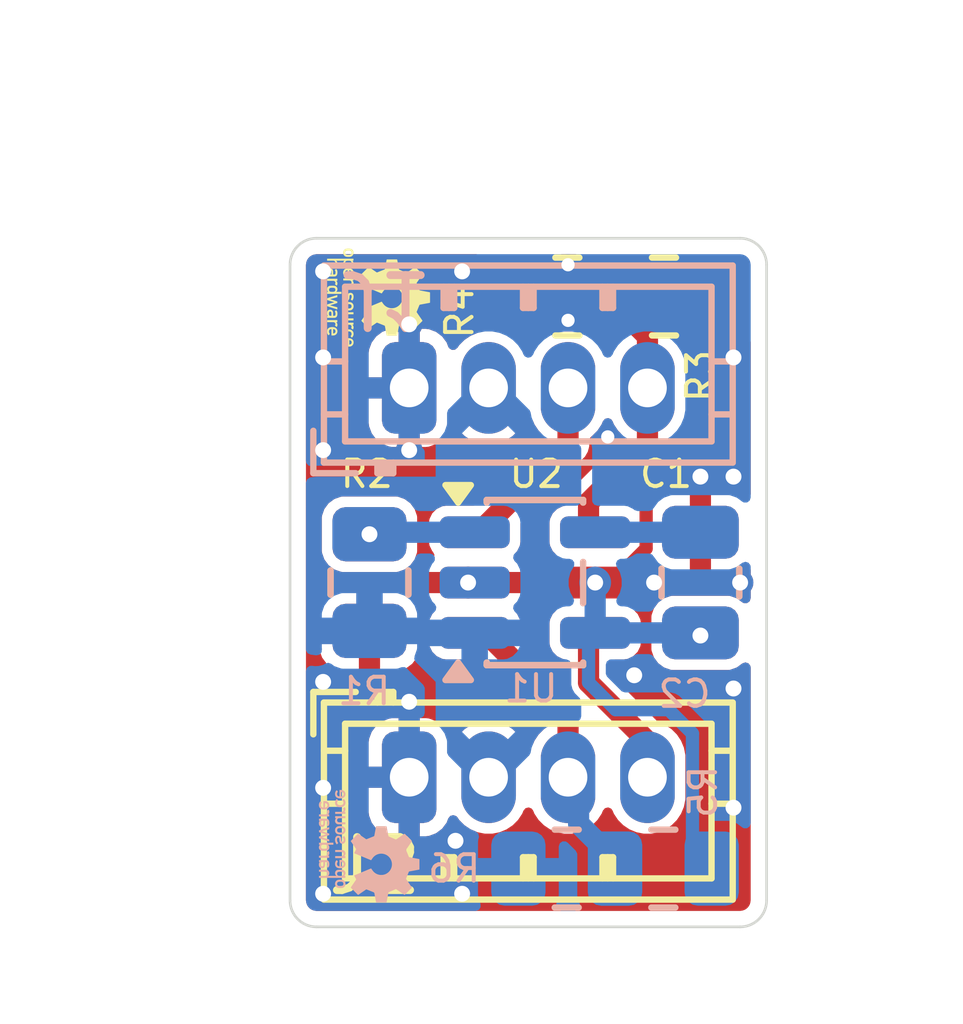
<source format=kicad_pcb>
(kicad_pcb
	(version 20241229)
	(generator "pcbnew")
	(generator_version "9.0")
	(general
		(thickness 0.89)
		(legacy_teardrops no)
	)
	(paper "A4")
	(layers
		(0 "F.Cu" signal)
		(2 "B.Cu" signal)
		(9 "F.Adhes" user "F.Adhesive")
		(11 "B.Adhes" user "B.Adhesive")
		(13 "F.Paste" user)
		(15 "B.Paste" user)
		(5 "F.SilkS" user "F.Silkscreen")
		(7 "B.SilkS" user "B.Silkscreen")
		(1 "F.Mask" user)
		(3 "B.Mask" user)
		(17 "Dwgs.User" user "User.Drawings")
		(19 "Cmts.User" user "User.Comments")
		(21 "Eco1.User" user "User.Eco1")
		(23 "Eco2.User" user "User.Eco2")
		(25 "Edge.Cuts" user)
		(27 "Margin" user)
		(31 "F.CrtYd" user "F.Courtyard")
		(29 "B.CrtYd" user "B.Courtyard")
		(35 "F.Fab" user)
		(33 "B.Fab" user)
		(39 "User.1" user)
		(41 "User.2" user)
		(43 "User.3" user)
		(45 "User.4" user)
	)
	(setup
		(stackup
			(layer "F.SilkS"
				(type "Top Silk Screen")
			)
			(layer "F.Paste"
				(type "Top Solder Paste")
			)
			(layer "F.Mask"
				(type "Top Solder Mask")
				(thickness 0.01)
			)
			(layer "F.Cu"
				(type "copper")
				(thickness 0.035)
			)
			(layer "dielectric 1"
				(type "core")
				(thickness 0.8)
				(material "FR4")
				(epsilon_r 4.5)
				(loss_tangent 0.02)
			)
			(layer "B.Cu"
				(type "copper")
				(thickness 0.035)
			)
			(layer "B.Mask"
				(type "Bottom Solder Mask")
				(thickness 0.01)
			)
			(layer "B.Paste"
				(type "Bottom Solder Paste")
			)
			(layer "B.SilkS"
				(type "Bottom Silk Screen")
			)
			(copper_finish "None")
			(dielectric_constraints no)
		)
		(pad_to_mask_clearance 0)
		(allow_soldermask_bridges_in_footprints no)
		(tenting front back)
		(pcbplotparams
			(layerselection 0x00000000_00000000_55555555_5755f5ff)
			(plot_on_all_layers_selection 0x00000000_00000000_00000000_00000000)
			(disableapertmacros no)
			(usegerberextensions no)
			(usegerberattributes yes)
			(usegerberadvancedattributes yes)
			(creategerberjobfile yes)
			(dashed_line_dash_ratio 12.000000)
			(dashed_line_gap_ratio 3.000000)
			(svgprecision 4)
			(plotframeref no)
			(mode 1)
			(useauxorigin no)
			(hpglpennumber 1)
			(hpglpenspeed 20)
			(hpglpendiameter 15.000000)
			(pdf_front_fp_property_popups yes)
			(pdf_back_fp_property_popups yes)
			(pdf_metadata yes)
			(pdf_single_document no)
			(dxfpolygonmode yes)
			(dxfimperialunits yes)
			(dxfusepcbnewfont yes)
			(psnegative no)
			(psa4output no)
			(plot_black_and_white yes)
			(sketchpadsonfab no)
			(plotpadnumbers no)
			(hidednponfab no)
			(sketchdnponfab yes)
			(crossoutdnponfab yes)
			(subtractmaskfromsilk no)
			(outputformat 1)
			(mirror no)
			(drillshape 1)
			(scaleselection 1)
			(outputdirectory "")
		)
	)
	(net 0 "")
	(net 1 "GND")
	(net 2 "Net-(U1-BP)")
	(net 3 "+12P")
	(net 4 "Net-(U1-ON{slash}~{OFF})")
	(net 5 "/Ctrl_Tacho Cfg1")
	(net 6 "/Ctrl_PWM")
	(net 7 "/Fan_Tacho")
	(net 8 "/Fan_PWM Cfg0")
	(net 9 "+5V")
	(footprint "Connector_JST:JST_ZH_B4B-ZR_1x04_P1.50mm_Vertical" (layer "F.Cu") (at 128 57.675))
	(footprint "Resistor_SMD:R_0805_2012Metric" (layer "F.Cu") (at 132.8125 48.6 180))
	(footprint "Capacitor_SMD:C_0805_2012Metric" (layer "F.Cu") (at 133.5 54 -90))
	(footprint "Package_TO_SOT_SMD:SOT-23-6" (layer "F.Cu") (at 130.375 54))
	(footprint "Resistor_SMD:R_0805_2012Metric" (layer "F.Cu") (at 127.25 54 -90))
	(footprint "Resistor_SMD:R_0805_2012Metric" (layer "F.Cu") (at 130.9875 48.6 180))
	(footprint "Connector_JST:JST_ZH_B4B-ZR_1x04_P1.50mm_Vertical" (layer "B.Cu") (at 128 50.324999))
	(footprint "Capacitor_SMD:C_0805_2012Metric" (layer "B.Cu") (at 133.5 54 -90))
	(footprint "Package_TO_SOT_SMD:SOT-23-5" (layer "B.Cu") (at 130.375 54))
	(footprint "Resistor_SMD:R_0805_2012Metric" (layer "B.Cu") (at 127.25 54 90))
	(footprint "Resistor_SMD:R_0805_2012Metric" (layer "B.Cu") (at 132.8 59.4 180))
	(footprint "Resistor_SMD:R_0805_2012Metric" (layer "B.Cu") (at 130.975 59.4 180))
	(gr_poly
		(pts
			(xy 126.645178 48.150444) (xy 126.644588 48.158817) (xy 126.643578 48.166787) (xy 126.642911 48.170611)
			(xy 126.642123 48.174334) (xy 126.641223 48.177935) (xy 126.640205 48.181424) (xy 126.639061 48.184794)
			(xy 126.637797 48.188037) (xy 126.636397 48.191158) (xy 126.634873 48.194147) (xy 126.633212 48.197004)
			(xy 126.631417 48.199722) (xy 126.629481 48.202302) (xy 126.627402 48.204738) (xy 126.62518 48.207035)
			(xy 126.622807 48.209176) (xy 126.620283 48.211169) (xy 126.617607 48.212999) (xy 126.614774 48.214678)
			(xy 126.611782 48.216189) (xy 126.608628 48.217532) (xy 126.605308 48.218715) (xy 126.601823 48.219721)
			(xy 126.598162 48.220549) (xy 126.594333 48.221203) (xy 126.590323 48.221673) (xy 126.586135 48.221955)
			(xy 126.581762 48.222051) (xy 126.450003 48.22205) (xy 126.450002 48.183211) (xy 126.450001 48.183181)
			(xy 126.467146 48.183183) (xy 126.467147 48.182415) (xy 126.464732 48.180854) (xy 126.462485 48.179154)
			(xy 126.460401 48.177309) (xy 126.458487 48.175304) (xy 126.456735 48.173127) (xy 126.45514 48.170772)
			(xy 126.453709 48.168224) (xy 126.452434 48.165472) (xy 126.45132 48.162505) (xy 126.450355 48.159315)
			(xy 126.449543 48.155891) (xy 126.448883 48.152216) (xy 126.448376 48.148282) (xy 126.448014 48.14408)
			(xy 126.447796 48.139592) (xy 126.447726 48.134818) (xy 126.4478 48.130836) (xy 126.448017 48.126961)
			(xy 126.448384 48.123196) (xy 126.448888 48.119537) (xy 126.449527 48.115988) (xy 126.450301 48.112552)
			(xy 126.451203 48.109225) (xy 126.452237 48.10602) (xy 126.453388 48.102924) (xy 126.454663 48.099947)
			(xy 126.456055 48.097087) (xy 126.457563 48.094345) (xy 126.459182 48.091728) (xy 126.460908 48.089228)
			(xy 126.462736 48.086857) (xy 126.464668 48.084605) (xy 126.466701 48.082481) (xy 126.468823 48.080484)
			(xy 126.47104 48.07862) (xy 126.473345 48.076881) (xy 126.475738 48.075275) (xy 126.47821 48.073804)
			(xy 126.480761 48.072463) (xy 126.483389 48.071261) (xy 126.486091 48.070192) (xy 126.488858 48.069264)
			(xy 126.491695 48.068474) (xy 126.494593 48.067821) (xy 126.497549 48.067319) (xy 126.500569 48.066953)
			(xy 126.503637 48.066734) (xy 126.506754 48.06666) (xy 126.508635 48.066702) (xy 126.508635 48.103229)
			(xy 126.506226 48.103346) (xy 126.503871 48.103721) (xy 126.50158 48.10435) (xy 126.499368 48.105242)
			(xy 126.498295 48.105796) (xy 126.497247 48.106413) (xy 126.496229 48.107106) (xy 126.495238 48.107869)
			(xy 126.494277 48.108701) (xy 126.493349 48.109612) (xy 126.492453 48.110595) (xy 126.491597 48.111658)
			(xy 126.49078 48.112795) (xy 126.489998 48.114009) (xy 126.489259 48.115302) (xy 126.488567 48.116678)
			(xy 126.487912 48.118133) (xy 126.487311 48.119667) (xy 126.486757 48.121289) (xy 126.486252 48.122994)
			(xy 126.485402 48.126662) (xy 126.484782 48.130678) (xy 126.484396 48.135051) (xy 126.484267 48.139792)
			(xy 126.48431 48.145618) (xy 126.484469 48.150954) (xy 126.484781 48.155824) (xy 126.485268 48.160236)
			(xy 126.485593 48.162279) (xy 126.485976 48.164213) (xy 126.486422 48.166038) (xy 126.486934 48.167762)
			(xy 126.487515 48.169379) (xy 126.488175 48.170903) (xy 126.488914 48.172324) (xy 126.489734 48.173647)
			(xy 126.490645 48.174875) (xy 126.491649 48.17601) (xy 126.492748 48.177057) (xy 126.493949 48.178012)
			(xy 126.495255 48.178879) (xy 126.496672 48.179662) (xy 126.498198 48.180362) (xy 126.499848 48.18098)
			(xy 126.501618 48.181516) (xy 126.503513 48.181981) (xy 126.505541 48.18236) (xy 126.507702 48.182672)
			(xy 126.510004 48.182911) (xy 126.512447 48.183078) (xy 126.515042 48.183177) (xy 126.517789 48.183209)
			(xy 126.531889 48.183209) (xy 126.531891 48.136745) (xy 126.531864 48.13464) (xy 126.531786 48.132606)
			(xy 126.531651 48.13064) (xy 126.53147 48.128747) (xy 126.531237 48.126921) (xy 126.530954 48.125166)
			(xy 126.530619 48.123481) (xy 126.530239 48.121867) (xy 126.529812 48.12032) (xy 126.529337 48.118844)
			(xy 126.528816 48.117437) (xy 126.528249 48.116094) (xy 126.527642 48.114821) (xy 126.526986 48.113621)
			(xy 126.526289 48.112485) (xy 126.525551 48.111417) (xy 126.52477 48.110412) (xy 126.523948 48.109478)
			(xy 126.523087 48.108607) (xy 126.522189 48.107803) (xy 126.521251 48.107068) (xy 126.520277 48.106395)
			(xy 126.519265 48.10579) (xy 126.518216 48.105252) (xy 126.517131 48.104773) (xy 126.516016 48.104361)
			(xy 126.514863 48.104012) (xy 126.51368 48.10373) (xy 126.512467 48.103506) (xy 126.511217 48.103352)
			(xy 126.509939 48.103258) (xy 126.508635 48.103229) (xy 126.508635 48.066702) (xy 126.509628 48.066723)
			(xy 126.512477 48.066911) (xy 126.515285 48.067223) (xy 126.51806 48.067657) (xy 126.520788 48.06822)
			(xy 126.523473 48.068902) (xy 126.526105 48.069709) (xy 126.528685 48.070642) (xy 126.531203 48.071695)
			(xy 126.533663 48.072872) (xy 126.536054 48.074174) (xy 126.538374 48.075597) (xy 126.540622 48.077142)
			(xy 126.542791 48.078811) (xy 126.544876 48.0806) (xy 126.546874 48.082512) (xy 126.548785 48.084546)
			(xy 126.550599 48.0867) (xy 126.552318 48.088975) (xy 126.55393 48.091372) (xy 126.555438 48.093892)
			(xy 126.556838 48.09653) (xy 126.558118 48.099291) (xy 126.559286 48.102167) (xy 126.56033 48.105165)
			(xy 126.561248 48.108283) (xy 126.562033 48.111525) (xy 126.562688 48.114881) (xy 126.563202 48.118359)
			(xy 126.563577 48.121952) (xy 126.563802 48.125667) (xy 126.563879 48.129497) (xy 126.563876 48.183208)
			(xy 126.584066 48.183209) (xy 126.587357 48.183068) (xy 126.5889 48.182895) (xy 126.590381 48.182646)
			(xy 126.591793 48.18233) (xy 126.593143 48.181936) (xy 126.594426 48.18147) (xy 126.595648 48.180929)
			(xy 126.596811 48.180312) (xy 126.59791 48.179624) (xy 126.598953 48.178853) (xy 126.599938 48.178011)
			(xy 126.600862 48.177087) (xy 126.60173 48.17608) (xy 126.602545 48.174997) (xy 126.603303 48.173834)
			(xy 126.604011 48.172587) (xy 126.604664 48.171261) (xy 126.605815 48.168355) (xy 126.606768 48.165111)
			(xy 126.607532 48.16152) (xy 126.608111 48.157585) (xy 126.608516 48.153287) (xy 126.608754 48.14863)
			(xy 126.60883 48.143601) (xy 126.608785 48.139939) (xy 126.608643 48.136516) (xy 126.608403 48.133316)
			(xy 126.608058 48.130333) (xy 126.607844 48.128921) (xy 126.607604 48.127553) (xy 126.607331 48.126239)
			(xy 126.607037 48.124968) (xy 126.606705 48.123742) (xy 126.606347 48.122559) (xy 126.605954 48.121419)
			(xy 126.605532 48.120318) (xy 126.605077 48.119257) (xy 126.604589 48.118236) (xy 126.604071 48.117246)
			(xy 126.603515 48.116296) (xy 126.602925 48.115375) (xy 126.602299 48.11449) (xy 126.601638 48.113628)
			(xy 126.600938 48.112801) (xy 126.600202 48.111998) (xy 126.59943 48.111223) (xy 126.598618 48.110474)
			(xy 126.597769 48.109745) (xy 126.596878 48.109041) (xy 126.595948 48.108357) (xy 126.594975 48.107685)
			(xy 126.593959 48.107039) (xy 126.617191 48.076584) (xy 126.620898 48.079443) (xy 126.624311 48.082453)
			(xy 126.627434 48.085624) (xy 126.63028 48.08895) (xy 126.632849 48.092431) (xy 126.635155 48.096072)
			(xy 126.637201 48.099879) (xy 126.638996 48.10385) (xy 126.640557 48.107983) (xy 126.641883 48.112288)
			(xy 126.642981 48.116756) (xy 126.643863 48.121399) (xy 126.644535 48.12621) (xy 126.645003 48.131198)
			(xy 126.64528 48.136359) (xy 126.645369 48.141699)
		)
		(stroke
			(width 0)
			(type solid)
		)
		(fill yes)
		(layer "F.SilkS")
		(uuid "039d2a4c-4eb4-4164-9dde-82cbd1d5abdb")
	)
	(gr_poly
		(pts
			(xy 126.950288 48.350742) (xy 126.950082 48.35359) (xy 126.949273 48.359315) (xy 126.947921 48.365021)
			(xy 126.946042 48.370658) (xy 126.944901 48.373433) (xy 126.943629 48.376166) (xy 126.942227 48.378856)
			(xy 126.940693 48.381493) (xy 126.939033 48.384069) (xy 126.937239 48.38658) (xy 126.935314 48.389017)
			(xy 126.933264 48.391367) (xy 126.931083 48.393631) (xy 126.928771 48.395804) (xy 126.926341 48.397872)
			(xy 126.923778 48.399834) (xy 126.921088 48.401675) (xy 126.918277 48.403396) (xy 126.915336 48.404984)
			(xy 126.912269 48.406436) (xy 126.90908 48.407744) (xy 126.905768 48.408899) (xy 126.902328 48.409894)
			(xy 126.89877 48.410726) (xy 126.895086 48.411387) (xy 126.891283 48.411865) (xy 126.887358 48.412157)
			(xy 126.883308 48.41226) (xy 126.754988 48.412262) (xy 126.754987 48.373416) (xy 126.869976 48.373418)
			(xy 126.872408 48.373373) (xy 126.874774 48.373231) (xy 126.877077 48.373004) (xy 126.879309 48.372685)
			(xy 126.881475 48.372285) (xy 126.883572 48.371795) (xy 126.885597 48.371224) (xy 126.887555 48.370572)
			(xy 126.889444 48.369841) (xy 126.891256 48.369034) (xy 126.892998 48.368147) (xy 126.894667 48.367188)
			(xy 126.896262 48.366158) (xy 126.897781 48.365054) (xy 126.899227 48.363886) (xy 126.900593 48.362653)
			(xy 126.901883 48.361354) (xy 126.903096 48.359988) (xy 126.904231 48.358567) (xy 126.905287 48.357081)
			(xy 126.906263 48.355541) (xy 126.907158 48.353944) (xy 126.907968 48.352294) (xy 126.908702 48.350592)
			(xy 126.909346 48.348843) (xy 126.909912 48.347037) (xy 126.910389 48.345189) (xy 126.910784 48.343298)
			(xy 126.911088 48.341363) (xy 126.911308 48.339386) (xy 126.911442 48.337371) (xy 126.911486 48.335318)
			(xy 126.911444 48.333263) (xy 126.911308 48.331243) (xy 126.91109 48.329262) (xy 126.910783 48.327321)
			(xy 126.910388 48.325424) (xy 126.90991 48.323562) (xy 126.909345 48.321754) (xy 126.908699 48.319986)
			(xy 126.907969 48.318271) (xy 126.907158 48.316605) (xy 126.906261 48.314995) (xy 126.905286 48.313438)
			(xy 126.904231 48.311938) (xy 126.903095 48.310497) (xy 126.901884 48.309117) (xy 126.900592 48.307798)
			(xy 126.899226 48.306547) (xy 126.897781 48.305359) (xy 126.896262 48.304243) (xy 126.894667 48.303196)
			(xy 126.892998 48.30222) (xy 126.891256 48.301322) (xy 126.88944 48.300498) (xy 126.887557 48.299755)
			(xy 126.8856 48.299089) (xy 126.883572 48.298503) (xy 126.881475 48.298006) (xy 126.87931 48.297595)
			(xy 126.877076 48.297271) (xy 126.874776 48.297037) (xy 126.872407 48.296894) (xy 126.869975 48.296847)
			(xy 126.754989 48.296846) (xy 126.754988 48.258008) (xy 126.754988 48.258034) (xy 126.948054 48.258032)
			(xy 126.948052 48.296873) (xy 126.927495 48.296874) (xy 126.927493 48.297643) (xy 126.930261 48.299988)
			(xy 126.932854 48.302454) (xy 126.935263 48.30504) (xy 126.937499 48.30774) (xy 126.939552 48.310555)
			(xy 126.941423 48.313474) (xy 126.943121 48.316504) (xy 126.94464 48.31963) (xy 126.945979 48.32286)
			(xy 126.94714 48.326182) (xy 126.948124 48.329594) (xy 126.948928 48.3331) (xy 126.949552 48.336683)
			(xy 126.949997 48.340351) (xy 126.950265 48.344093) (xy 126.950357 48.347913)
		)
		(stroke
			(width 0)
			(type solid)
		)
		(fill yes)
		(layer "F.SilkS")
		(uuid "16977303-905d-4d1b-afb5-6cb824aad967")
	)
	(gr_poly
		(pts
			(xy 126.645179 48.930991) (xy 126.644589 48.939362) (xy 126.64358 48.947335) (xy 126.642906 48.951163)
			(xy 126.642122 48.954878) (xy 126.641225 48.958484) (xy 126.640205 48.961972) (xy 126.63906 48.965341)
			(xy 126.637795 48.968585) (xy 126.6364 48.971704) (xy 126.634875 48.974693) (xy 126.633212 48.97755)
			(xy 126.631418 48.980271) (xy 126.629478 48.982852) (xy 126.627401 48.985289) (xy 126.625178 48.987579)
			(xy 126.622808 48.989725) (xy 126.620284 48.991714) (xy 126.617608 48.993549) (xy 126.614773 48.995223)
			(xy 126.611785 48.996736) (xy 126.608629 48.998083) (xy 126.605309 48.999261) (xy 126.601822 49.000265)
			(xy 126.598165 49.001098) (xy 126.594332 49.00175) (xy 126.590319 49.002217) (xy 126.586135 49.002502)
			(xy 126.581765 49.002599) (xy 126.450001 49.002596) (xy 126.449998 48.963756) (xy 126.450003 48.963728)
			(xy 126.467146 48.963728) (xy 126.467146 48.962988) (xy 126.464732 48.961421) (xy 126.462483 48.959718)
			(xy 126.460403 48.957868) (xy 126.458486 48.95586) (xy 126.456734 48.953684) (xy 126.455138 48.951325)
			(xy 126.453709 48.948773) (xy 126.452436 48.946023) (xy 126.451318 48.943057) (xy 126.450354 48.939865)
			(xy 126.449545 48.936437) (xy 126.448887 48.932762) (xy 126.448376 48.928828) (xy 126.44801 48.924623)
			(xy 126.4478 48.92014) (xy 126.447725 48.915365) (xy 126.447802 48.911383) (xy 126.448021 48.907504)
			(xy 126.448382 48.903733) (xy 126.448885 48.900076) (xy 126.449526 48.896528) (xy 126.450303 48.893086)
			(xy 126.451202 48.889761) (xy 126.452233 48.886551) (xy 126.45339 48.883456) (xy 126.454665 48.880472)
			(xy 126.456057 48.877614) (xy 126.457564 48.874874) (xy 126.459181 48.872253) (xy 126.460907 48.869755)
			(xy 126.462737 48.867377) (xy 126.464668 48.865132) (xy 126.466696 48.863005) (xy 126.468824 48.86101)
			(xy 126.471038 48.859142) (xy 126.473346 48.857405) (xy 126.475734 48.855798) (xy 126.47821 48.854324)
			(xy 126.480762 48.852986) (xy 126.483389 48.85178) (xy 126.486091 48.850713) (xy 126.488859 48.849787)
			(xy 126.491696 48.848995) (xy 126.494593 48.848346) (xy 126.497552 48.84784) (xy 126.500567 48.847474)
			(xy 126.503638 48.847253) (xy 126.506753 48.847181) (xy 126.508633 48.847223) (xy 126.508633 48.883774)
			(xy 126.506228 48.883897) (xy 126.503871 48.884267) (xy 126.501578 48.884894) (xy 126.499365 48.885793)
			(xy 126.498296 48.886342) (xy 126.497246 48.886963) (xy 126.49623 48.887654) (xy 126.495236 48.888415)
			(xy 126.494276 48.889251) (xy 126.493349 48.890159) (xy 126.492455 48.891144) (xy 126.491597 48.892204)
			(xy 126.490778 48.893342) (xy 126.489999 48.894556) (xy 126.489261 48.895851) (xy 126.488562 48.897222)
			(xy 126.487914 48.898679) (xy 126.487313 48.900216) (xy 126.486756 48.901838) (xy 126.486254 48.903542)
			(xy 126.485405 48.907207) (xy 126.484781 48.911225) (xy 126.484395 48.915599) (xy 126.484266 48.920337)
			(xy 126.484313 48.926161) (xy 126.484469 48.931503) (xy 126.484779 48.936372) (xy 126.485269 48.940785)
			(xy 126.485591 48.942827) (xy 126.485976 48.944759) (xy 126.48642 48.946587) (xy 126.486932 48.948311)
			(xy 126.487516 48.949929) (xy 126.488173 48.951446) (xy 126.488913 48.952869) (xy 126.489735 48.954193)
			(xy 126.490648 48.955423) (xy 126.491649 48.956556) (xy 126.492748 48.957603) (xy 126.493948 48.958556)
			(xy 126.495255 48.959426) (xy 126.496673 48.960212) (xy 126.4982 48.960908) (xy 126.499847 48.961528)
			(xy 126.501616 48.962064) (xy 126.503512 48.962526) (xy 126.50554 48.962908) (xy 126.507703 48.963221)
			(xy 126.510004 48.963455) (xy 126.51245 48.963626) (xy 126.51504 48.963725) (xy 126.517787 48.963757)
			(xy 126.531888 48.96376) (xy 126.531893 48.917294) (xy 126.531863 48.915187) (xy 126.531785 48.913151)
			(xy 126.531653 48.911188) (xy 126.531468 48.909294) (xy 126.531237 48.907468) (xy 126.530953 48.905712)
			(xy 126.530618 48.90403) (xy 126.530239 48.902413) (xy 126.529811 48.900869) (xy 126.529335 48.899392)
			(xy 126.528817 48.897982) (xy 126.528252 48.896642) (xy 126.527641 48.895372) (xy 126.526989 48.894166)
			(xy 126.526289 48.893031) (xy 126.525549 48.891963) (xy 126.52477 48.890959) (xy 126.523948 48.890021)
			(xy 126.523089 48.889154) (xy 126.522187 48.88835) (xy 126.521249 48.887617) (xy 126.520277 48.886942)
			(xy 126.519263 48.886337) (xy 126.518217 48.885795) (xy 126.517133 48.885319) (xy 126.516017 48.884907)
			(xy 126.514865 48.884562) (xy 126.513681 48.884278) (xy 126.512466 48.884057) (xy 126.511216 48.883898)
			(xy 126.50994 48.883804) (xy 126.508633 48.883774) (xy 126.508633 48.847223) (xy 126.509628 48.847244)
			(xy 126.512476 48.847431) (xy 126.515287 48.847743) (xy 126.518062 48.848179) (xy 126.520791 48.848741)
			(xy 126.523471 48.849422) (xy 126.526105 48.850231) (xy 126.528684 48.85117) (xy 126.531203 48.852221)
			(xy 126.533663 48.853399) (xy 126.536054 48.854699) (xy 126.538375 48.856125) (xy 126.540619 48.857672)
			(xy 126.542787 48.859339) (xy 126.544876 48.861131) (xy 126.546877 48.863047) (xy 126.548784 48.865075)
			(xy 126.5506 48.867233) (xy 126.552318 48.86951) (xy 126.553932 48.871907) (xy 126.555437 48.874424)
			(xy 126.55684 48.877062) (xy 126.558122 48.87982) (xy 126.559285 48.882699) (xy 126.560328 48.885696)
			(xy 126.561249 48.888815) (xy 126.562034 48.89205) (xy 126.562687 48.895406) (xy 126.563205 48.898887)
			(xy 126.563577 48.902479) (xy 126.563804 48.90619) (xy 126.563878 48.910022) (xy 126.563879 48.963728)
			(xy 126.584067 48.963729) (xy 126.587359 48.963591) (xy 126.588899 48.963415) (xy 126.590378 48.963171)
			(xy 126.591793 48.96285) (xy 126.593143 48.962461) (xy 126.594424 48.961993) (xy 126.595649 48.961451)
			(xy 126.596809 48.960837) (xy 126.59791 48.960144) (xy 126.598954 48.959378) (xy 126.599935 48.95853)
			(xy 126.600861 48.957606) (xy 126.601732 48.956601) (xy 126.602546 48.955517) (xy 126.603304 48.954352)
			(xy 126.60401 48.95311) (xy 126.604662 48.95178) (xy 126.605816 48.948875) (xy 126.606772 48.945633)
			(xy 126.60753 48.942042) (xy 126.608111 48.938101) (xy 126.608517 48.933811) (xy 126.608755 48.929151)
			(xy 126.60883 48.924123) (xy 126.608785 48.920459) (xy 126.608646 48.917036) (xy 126.608404 48.913841)
			(xy 126.608057 48.910858) (xy 126.607844 48.909447) (xy 126.607603 48.908081) (xy 126.607333 48.906764)
			(xy 126.607036 48.905496) (xy 126.606706 48.904271) (xy 126.606346 48.90309) (xy 126.605958 48.901953)
			(xy 126.605535 48.900851) (xy 126.605077 48.899792) (xy 126.604591 48.898772) (xy 126.604069 48.897783)
			(xy 126.603513 48.896833) (xy 126.602924 48.895916) (xy 126.602298 48.895026) (xy 126.601636 48.894173)
			(xy 126.600939 48.893347) (xy 126.600201 48.892542) (xy 126.599429 48.891769) (xy 126.598618 48.89102)
			(xy 126.597766 48.890295) (xy 126.596876 48.889588) (xy 126.595948 48.888902) (xy 126.594973 48.888235)
			(xy 126.593961 48.887584) (xy 126.61719 48.857105) (xy 126.620902 48.85997) (xy 126.624312 48.862985)
			(xy 126.627438 48.866155) (xy 126.630278 48.869485) (xy 126.632849 48.87297) (xy 126.635154 48.876615)
			(xy 126.637199 48.880424) (xy 126.638999 48.884395) (xy 126.640558 48.888532) (xy 126.641882 48.892834)
			(xy 126.64298 48.897306) (xy 126.643861 48.901947) (xy 126.644531 48.906759) (xy 126.645 48.911745)
			(xy 126.64528 48.916906) (xy 126.645369 48.922245)
		)
		(stroke
			(width 0)
			(type solid)
		)
		(fill yes)
		(layer "F.SilkS")
		(uuid "3866fbb4-b3c2-41c4-93e3-07675138b29c")
	)
	(gr_poly
		(pts
			(xy 128.393965 48.710429) (xy 128.393934 48.710839) (xy 128.393886 48.711243) (xy 128.393818 48.711647)
			(xy 128.393728 48.712046) (xy 128.39362 48.712444) (xy 128.3935 48.712834) (xy 128.393357 48.713221)
			(xy 128.393199 48.713603) (xy 128.393026 48.713981) (xy 128.392839 48.714347) (xy 128.392632 48.71471)
			(xy 128.392414 48.715063) (xy 128.392182 48.715409) (xy 128.391935 48.715745) (xy 128.391676 48.71607)
			(xy 128.391403 48.716386) (xy 128.391119 48.716691) (xy 128.390821 48.716984) (xy 128.390515 48.717263)
			(xy 128.390197 48.71753) (xy 128.389871 48.717781) (xy 128.389534 48.718023) (xy 128.389183 48.718248)
			(xy 128.388831 48.718457) (xy 128.388468 48.718653) (xy 128.388098 48.718829) (xy 128.387716 48.71899)
			(xy 128.387332 48.719129) (xy 128.386942 48.719253) (xy 128.386544 48.719356) (xy 128.38614 48.71944)
			(xy 128.203317 48.753464) (xy 128.20291 48.753551) (xy 128.202505 48.753652) (xy 128.202098 48.75377)
			(xy 128.201689 48.753911) (xy 128.200877 48.754235) (xy 128.200071 48.754628) (xy 128.199283 48.755073)
			(xy 128.198511 48.755573) (xy 128.197762 48.756123) (xy 128.197042 48.756713) (xy 128.196358 48.75735)
			(xy 128.195711 48.758016) (xy 128.195109 48.758715) (xy 128.194559 48.759437) (xy 128.194066 48.76018)
			(xy 128.193635 48.76094) (xy 128.193441 48.761326) (xy 128.193267 48.761713) (xy 128.19311 48.762099)
			(xy 128.192968 48.762489) (xy 128.142806 48.885019) (xy 128.142467 48.885774) (xy 128.142183 48.886581)
			(xy 128.141955 48.887429) (xy 128.141784 48.888305) (xy 128.141664 48.889209) (xy 128.141598 48.890124)
			(xy 128.141587 48.891058) (xy 128.141627 48.891991) (xy 128.141721 48.892922) (xy 128.141866 48.893843)
			(xy 128.142063 48.894746) (xy 128.142307 48.895623) (xy 128.142604 48.896468) (xy 128.142947 48.897279)
			(xy 128.143341 48.898043) (xy 128.143782 48.89875) (xy 128.248613 49.051492) (xy 128.248835 49.051833)
			(xy 128.249044 49.052189) (xy 128.24923 49.05255) (xy 128.249404 49.052924) (xy 128.249558 49.053302)
			(xy 128.249697 49.053688) (xy 128.249816 49.054083) (xy 128.249919 49.05448) (xy 128.250004 49.054885)
			(xy 128.250073 49.055295) (xy 128.250162 49.056116) (xy 128.250183 49.056947) (xy 128.250138 49.057782)
			(xy 128.250025 49.058606) (xy 128.24985 49.059419) (xy 128.249613 49.060213) (xy 128.249466 49.060602)
			(xy 128.249307 49.060986) (xy 128.249132 49.061359) (xy 128.24894 49.061725) (xy 128.248737 49.06208)
			(xy 128.248512 49.062424) (xy 128.248278 49.062758) (xy 128.248026 49.063084) (xy 128.247758 49.063393)
			(xy 128.247473 49.063692) (xy 128.118836 49.192329) (xy 128.118535 49.192614) (xy 128.11822 49.192885)
			(xy 128.117898 49.193139) (xy 128.117561 49.193379) (xy 128.117215 49.193598) (xy 128.116857 49.193804)
			(xy 128.116117 49.19417) (xy 128.115348 49.194474) (xy 128.114548 49.19471) (xy 128.113739 49.194886)
			(xy 128.112911 49.194991) (xy 128.112078 49.195035) (xy 128.111249 49.195011) (xy 128.110423 49.194922)
			(xy 128.10961 49.194768) (xy 128.108817 49.194542) (xy 128.108428 49.194406) (xy 128.10805 49.194255)
			(xy 128.107676 49.194081) (xy 128.107311 49.193895) (xy 128.106957 49.193689) (xy 128.106611 49.193469)
			(xy 127.956486 49.090465) (xy 127.955772 49.09002) (xy 127.955011 49.089624) (xy 127.954203 49.08928)
			(xy 127.953359 49.088983) (xy 127.952484 49.088745) (xy 127.951585 49.088555) (xy 127.950671 49.088416)
			(xy 127.949744 49.088331) (xy 127.948818 49.0883) (xy 127.947893 49.088321) (xy 127.946978 49.088399)
			(xy 127.946082 49.088526) (xy 127.945211 49.088711) (xy 127.944371 49.088952) (xy 127.943568 49.089245)
			(xy 127.942808 49.089593) (xy 127.816388 49.143782) (xy 127.815612 49.144084) (xy 127.814844 49.144463)
			(xy 127.814086 49.144906) (xy 127.813342 49.14541) (xy 127.812621 49.145966) (xy 127.811929 49.146574)
			(xy 127.811258 49.147231) (xy 127.810632 49.147921) (xy 127.810039 49.14865) (xy 127.809492 49.149406)
			(xy 127.808996 49.150181) (xy 127.80855 49.150977) (xy 127.808159 49.151786) (xy 127.807839 49.152602)
			(xy 127.807581 49.153418) (xy 127.807393 49.154228) (xy 127.774533 49.330999) (xy 127.774532 49.331129)
			(xy 127.774445 49.331532) (xy 127.774339 49.331927) (xy 127.774212 49.33232) (xy 127.77407 49.332704)
			(xy 127.77391 49.333081) (xy 127.773732 49.333453) (xy 127.77354 49.333817) (xy 127.77333 49.334173)
			(xy 127.7731 49.334519) (xy 127.772864 49.334856) (xy 127.77234 49.335503) (xy 127.771769 49.336105)
			(xy 127.771148 49.336662) (xy 127.770487 49.337164) (xy 127.769789 49.337614) (xy 127.769056 49.338006)
			(xy 127.768683 49.338177) (xy 127.768299 49.338333) (xy 127.767911 49.338473) (xy 127.767519 49.338593)
			(xy 127.767121 49.3387) (xy 127.76672 49.338787) (xy 127.766314 49.338853) (xy 127.765907 49.3389)
			(xy 127.765498 49.33893) (xy 127.765087 49.338937) (xy 127.58316 49.338933) (xy 127.582748 49.338925)
			(xy 127.582337 49.338896) (xy 127.581931 49.338844) (xy 127.581528 49.338775) (xy 127.581124 49.33869)
			(xy 127.580724 49.338582) (xy 127.580329 49.338458) (xy 127.57994 49.33832) (xy 127.579559 49.338162)
			(xy 127.579181 49.337987) (xy 127.578813 49.337798) (xy 127.578447 49.337595) (xy 127.578094 49.337375)
			(xy 127.57775 49.337143) (xy 127.577412 49.336897) (xy 127.577087 49.336635) (xy 127.576769 49.336365)
			(xy 127.576465 49.336083) (xy 127.576174 49.335784) (xy 127.575893 49.335478) (xy 127.575624 49.335159)
			(xy 127.575373 49.334831) (xy 127.575129 49.334492) (xy 127.574905 49.334145) (xy 127.574698 49.333795)
			(xy 127.574504 49.333427) (xy 127.574325 49.333059) (xy 127.574166 49.33268) (xy 127.574026 49.332295)
			(xy 127.573901 49.331903) (xy 127.573797 49.331506) (xy 127.573713 49.331105) (xy 127.54162 49.158678)
			(xy 127.541534 49.15827) (xy 127.541431 49.15786) (xy 127.54131 49.157451) (xy 127.541174 49.157045)
			(xy 127.540847 49.156232) (xy 127.540455 49.155434) (xy 127.540004 49.154644) (xy 127.539501 49.153879)
			(xy 127.538948 49.153134) (xy 127.538353 49.152424) (xy 127.537714 49.151749) (xy 127.537041 49.151114)
			(xy 127.536337 49.150523) (xy 127.535614 49.149984) (xy 127.534866 49.149498) (xy 127.534102 49.149076)
			(xy 127.533327 49.148721) (xy 127.532937 49.148568) (xy 127.532546 49.148434) (xy 127.398083 49.09459)
			(xy 127.39732 49.094258) (xy 127.396511 49.093981) (xy 127.395664 49.093756) (xy 127.394785 49.09359)
			(xy 127.393882 49.093477) (xy 127.392962 49.093414) (xy 127.392031 49.093403) (xy 127.391096 49.09345)
			(xy 127.39017 49.093544) (xy 127.389249 49.09369) (xy 127.388349 49.093887) (xy 127.387471 49.094131)
			(xy 127.386627 49.094428) (xy 127.385821 49.094771) (xy 127.385059 49.095161) (xy 127.384351 49.095599)
			(xy 127.241635 49.193547) (xy 127.241293 49.193773) (xy 127.240937 49.19398) (xy 127.240576 49.194168)
			(xy 127.240202 49.194341) (xy 127.239822 49.194493) (xy 127.239434 49.194631) (xy 127.23904 49.19475)
			(xy 127.238641 49.194854) (xy 127.238236 49.194939) (xy 127.23783 49.195008) (xy 127.237002 49.195096)
			(xy 127.236166 49.195118) (xy 127.235334 49.195072) (xy 127.234507 49.194963) (xy 127.233692 49.194785)
			(xy 127.232893 49.194547) (xy 127.232504 49.194402) (xy 127.23212 49.194244) (xy 127.231746 49.194068)
			(xy 127.231382 49.193877) (xy 127.231025 49.193671) (xy 127.230677 49.193448) (xy 127.230344 49.193212)
			(xy 127.230018 49.19296) (xy 127.229708 49.192692) (xy 127.229411 49.192409) (xy 127.100771 49.063743)
			(xy 127.100487 49.063445) (xy 127.10022 49.06314) (xy 127.09997 49.062818) (xy 127.099733 49.062484)
			(xy 127.099511 49.062142) (xy 127.099304 49.061789) (xy 127.09894 49.06105) (xy 127.098637 49.060283)
			(xy 127.0984 49.05949) (xy 127.098228 49.058679) (xy 127.098117 49.057852) (xy 127.098075 49.057022)
			(xy 127.098096 49.056188) (xy 127.098182 49.055361) (xy 127.098336 49.054549) (xy 127.09856 49.053754)
			(xy 127.098694 49.053367) (xy 127.098849 49.052983) (xy 127.099018 49.05261) (xy 127.099205 49.052244)
			(xy 127.099412 49.051892) (xy 127.099633 49.051545) (xy 127.195864 48.911341) (xy 127.196296 48.910635)
			(xy 127.196677 48.909878) (xy 127.197007 48.909082) (xy 127.19728 48.908245) (xy 127.197499 48.907383)
			(xy 127.197662 48.906494) (xy 127.197777 48.905596) (xy 127.197833 48.904683) (xy 127.197834 48.903768)
			(xy 127.197781 48.902862) (xy 127.197675 48.901964) (xy 127.197512 48.901091) (xy 127.197298 48.90024)
			(xy 127.197026 48.899418) (xy 127.196695 48.898636) (xy 127.19631 48.897905) (xy 127.163292 48.83607)
			(xy 127.163117 48.835701) (xy 127.16296 48.835326) (xy 127.162821 48.834954) (xy 127.162707 48.834577)
			(xy 127.162614 48.834199) (xy 127.162543 48.83382) (xy 127.162489 48.833443) (xy 127.162456 48.833063)
			(xy 127.162443 48.832688) (xy 127.162449 48.832315) (xy 127.162477 48.831942) (xy 127.162521 48.831573)
			(xy 127.16258 48.831209) (xy 127.162664 48.830849) (xy 127.162768 48.830495) (xy 127.162885 48.830147)
			(xy 127.163022 48.829802) (xy 127.163175 48.829468) (xy 127.163346 48.829142) (xy 127.163531 48.828824)
			(xy 127.163737 48.828515) (xy 127.16396 48.828214) (xy 127.164196 48.827924) (xy 127.164448 48.82765)
			(xy 127.164719 48.827383) (xy 127.165 48.827131) (xy 127.165302 48.82689) (xy 127.165618 48.826662)
			(xy 127.165948 48.826453) (xy 127.16629 48.826253) (xy 127.166651 48.826073) (xy 127.167023 48.825909)
			(xy 127.475077 48.698434) (xy 127.475458 48.698286) (xy 127.475848 48.698155) (xy 127.47624 48.698045)
			(xy 127.476639 48.697955) (xy 127.477041 48.697883) (xy 127.477444 48.697829) (xy 127.477853 48.697794)
			(xy 127.478259 48.697777) (xy 127.47867 48.69778) (xy 127.479078 48.697794) (xy 127.479483 48.697833)
			(xy 127.479889 48.697887) (xy 127.480294 48.697954) (xy 127.480695 48.698042) (xy 127.481094 48.698144)
			(xy 127.481485 48.698265) (xy 127.481875 48.698398) (xy 127.482256 48.698551) (xy 127.482631 48.698717)
			(xy 127.483 48.698898) (xy 127.483358 48.699093) (xy 127.48371 48.699303) (xy 127.484054 48.69953)
			(xy 127.484386 48.699768) (xy 127.484707 48.700022) (xy 127.485014 48.700289) (xy 127.485312 48.700567)
			(xy 127.485594 48.700861) (xy 127.485865 48.701169) (xy 127.486124 48.701488) (xy 127.486362 48.70182)
			(xy 127.486587 48.702164) (xy 127.496058 48.71764) (xy 127.496769 48.718756) (xy 127.497578 48.719947)
			(xy 127.49847 48.721191) (xy 127.499424 48.722462) (xy 127.500429 48.723743) (xy 127.501458 48.725006)
			(xy 127.502507 48.726235) (xy 127.503548 48.727405) (xy 127.510555 48.737647) (xy 127.518162 48.747422)
			(xy 127.526346 48.756705) (xy 127.535081 48.765464) (xy 127.544338 48.773677) (xy 127.55409 48.781315)
			(xy 127.56431 48.788351) (xy 127.574974 48.79476) (xy 127.586053 48.800514) (xy 127.597521 48.805592)
			(xy 127.609348 48.809958) (xy 127.621517 48.81359) (xy 127.633994 48.816464) (xy 127.646752 48.818549)
			(xy 127.659767 48.819817) (xy 127.673011 48.820247) (xy 127.683364 48.819984) (xy 127.693579 48.819206)
			(xy 127.703646 48.817927) (xy 127.713556 48.816161) (xy 127.723287 48.813911) (xy 127.732831 48.811199)
			(xy 127.742181 48.808037) (xy 127.751316 48.804435) (xy 127.760229 48.800404) (xy 127.768903 48.795961)
			(xy 127.777327 48.791116) (xy 127.78549 48.785884) (xy 127.793381 48.780275) (xy 127.800978 48.774301)
			(xy 127.808282 48.767975) (xy 127.815271 48.761314) (xy 127.821931 48.754328) (xy 127.828254 48.747024)
			(xy 127.83423 48.739424) (xy 127.839838 48.731538) (xy 127.845068 48.723376) (xy 127.849916 48.714948)
			(xy 127.854357 48.706276) (xy 127.85839 48.697364) (xy 127.861991 48.688229) (xy 127.865151 48.678881)
			(xy 127.867867 48.669334) (xy 127.870112 48.6596) (xy 127.871882 48.649694) (xy 127.873161 48.639625)
			(xy 127.87394 48.629407) (xy 127.8742 48.619059) (xy 127.873938 48.608708) (xy 127.873162 48.598489)
			(xy 127.871883 48.588421) (xy 127.870113 48.578517) (xy 127.867867 48.568783) (xy 127.865156 48.559237)
			(xy 127.861995 48.549887) (xy 127.85839 48.540751) (xy 127.854359 48.53184) (xy 127.849922 48.523167)
			(xy 127.845074 48.514739) (xy 127.839842 48.506575) (xy 127.834235 48.49869) (xy 127.828262 48.491088)
			(xy 127.821936 48.483789) (xy 127.815279 48.476801) (xy 127.80829 48.470141) (xy 127.800991 48.463815)
			(xy 127.793393 48.457841) (xy 127.785505 48.452235) (xy 127.77734 48.446998) (xy 127.768915 48.442157)
			(xy 127.76024 48.43771) (xy 127.751329 48.433682) (xy 127.74219 48.430081) (xy 127.732841 48.426917)
			(xy 127.723295 48.424201) (xy 127.713562 48.421953) (xy 127.703654 48.420187) (xy 127.693584 48.418906)
			(xy 127.683364 48.418132) (xy 127.673013 48.417871) (xy 127.666364 48.417976) (xy 127.659769 48.418299)
			(xy 127.653227 48.41883) (xy 127.646755 48.41957) (xy 127.640342 48.420509) (xy 127.633996 48.421654)
			(xy 127.627722 48.422993) (xy 127.621521 48.424525) (xy 127.615401 48.426246) (xy 127.609357 48.428158)
			(xy 127.603398 48.430252) (xy 127.597528 48.432522) (xy 127.591748 48.434974) (xy 127.58606 48.437599)
			(xy 127.574983 48.443356) (xy 127.564319 48.449765) (xy 127.5541 48.456801) (xy 127.544346 48.46444)
			(xy 127.535091 48.472652) (xy 127.526354 48.48141) (xy 127.518171 48.490694) (xy 127.510557 48.500465)
			(xy 127.503546 48.510711) (xy 127.502508 48.511886) (xy 127.501459 48.513124) (xy 127.500427 48.514393)
			(xy 127.499427 48.515674) (xy 127.498469 48.516949) (xy 127.497577 48.518194) (xy 127.496769 48.519386)
			(xy 127.496059 48.520498) (xy 127.486586 48.535977) (xy 127.486363 48.536321) (xy 127.486126 48.536655)
			(xy 127.485873 48.536973) (xy 127.485604 48.537276) (xy 127.485322 48.537571) (xy 127.485026 48.537853)
			(xy 127.484396 48.538374) (xy 127.483725 48.538841) (xy 127.483013 48.539244) (xy 127.482266 48.539591)
			(xy 127.481496 48.539878) (xy 127.480703 48.540097) (xy 127.479898 48.540256) (xy 127.47908 48.540347)
			(xy 127.478262 48.540366) (xy 127.477446 48.540314) (xy 127.47704 48.540261) (xy 127.476638 48.540189)
			(xy 127.476244 48.540096) (xy 127.475847 48.539984) (xy 127.47546 48.539861) (xy 127.475079 48.539708)
			(xy 127.167023 48.41223) (xy 127.166648 48.412068) (xy 127.16629 48.411887) (xy 127.165946 48.411689)
			(xy 127.165619 48.411479) (xy 127.165302 48.411252) (xy 127.165001 48.411011) (xy 127.16472 48.410759)
			(xy 127.164447 48.410492) (xy 127.164195 48.410215) (xy 127.163958 48.409929) (xy 127.163735 48.409626)
			(xy 127.163533 48.409317) (xy 127.163347 48.409003) (xy 127.163175 48.408671) (xy 127.16302 48.40834)
			(xy 127.162888 48.407995) (xy 127.162766 48.407649) (xy 127.162667 48.407294) (xy 127.162584 48.406931)
			(xy 127.162522 48.406569) (xy 127.162478 48.406199) (xy 127.162449 48.40583) (xy 127.162443 48.405453)
			(xy 127.162456 48.405077) (xy 127.16249 48.404701) (xy 127.162543 48.404321) (xy 127.162617 48.403941)
			(xy 127.162708 48.403564) (xy 127.162823 48.403189) (xy 127.162959 48.402815) (xy 127.163115 48.40244)
			(xy 127.163294 48.402071) (xy 127.196312 48.340241) (xy 127.1967 48.339503) (xy 127.19703 48.338727)
			(xy 127.197307 48.337907) (xy 127.197525 48.337054) (xy 127.197687 48.336178) (xy 127.197795 48.335279)
			(xy 127.197845 48.334369) (xy 127.197842 48.333458) (xy 127.197783 48.332549) (xy 127.197673 48.331646)
			(xy 127.197503 48.330758) (xy 127.197282 48.329897) (xy 127.197006 48.329061) (xy 127.196681 48.328263)
			(xy 127.196297 48.327506) (xy 127.195862 48.3268) (xy 127.099632 48.186596) (xy 127.099411 48.186252)
			(xy 127.099208 48.185894) (xy 127.099018 48.185531) (xy 127.098849 48.185158) (xy 127.098696 48.184777)
			(xy 127.098558 48.184388) (xy 127.098439 48.183994) (xy 127.098336 48.183593) (xy 127.098183 48.182779)
			(xy 127.098096 48.181951) (xy 127.098077 48.181118) (xy 127.098117 48.180287) (xy 127.098229 48.179462)
			(xy 127.0984 48.178647) (xy 127.09864 48.177852) (xy 127.098782 48.17746) (xy 127.098942 48.177077)
			(xy 127.099116 48.176704) (xy 127.099303 48.176341) (xy 127.099511 48.175985) (xy 127.099731 48.175639)
			(xy 127.099968 48.175304) (xy 127.100221 48.17498) (xy 127.100488 48.174669) (xy 127.100771 48.174373)
			(xy 127.229409 48.045706) (xy 127.229709 48.045421) (xy 127.230018 48.045155) (xy 127.230341 48.044902)
			(xy 127.230677 48.044669) (xy 127.231019 48.044446) (xy 127.231378 48.044243) (xy 127.232117 48.043876)
			(xy 127.23289 48.043576) (xy 127.23368 48.043336) (xy 127.2345 48.043164) (xy 127.235324 48.043051)
			(xy 127.236156 48.043009) (xy 127.236991 48.04303) (xy 127.237817 48.043116) (xy 127.238632 48.043271)
			(xy 127.239426 48.043493) (xy 127.239815 48.043629) (xy 127.240195 48.043785) (xy 127.240568 48.043954)
			(xy 127.240934 48.044142) (xy 127.241288 48.044347) (xy 127.241635 48.044568) (xy 127.384348 48.142517)
			(xy 127.38506 48.142963) (xy 127.385821 48.143364) (xy 127.386628 48.143712) (xy 127.387472 48.144011)
			(xy 127.388348 48.14426) (xy 127.38925 48.144456) (xy 127.390167 48.144603) (xy 127.391098 48.144699)
			(xy 127.392033 48.144745) (xy 127.392962 48.144733) (xy 127.39388 48.144668) (xy 127.394783 48.144554)
			(xy 127.395663 48.144386) (xy 127.396511 48.144162) (xy 127.39732 48.143882) (xy 127.398081 48.143548)
			(xy 127.532543 48.089704) (xy 127.533327 48.089417) (xy 127.534101 48.089062) (xy 127.534864 48.088639)
			(xy 127.535615 48.088156) (xy 127.53634 48.087616) (xy 127.537043 48.087021) (xy 127.537713 48.086386)
			(xy 127.538353 48.085708) (xy 127.538951 48.084997) (xy 127.539501 48.084254) (xy 127.540004 48.083487)
			(xy 127.540455 48.082699) (xy 127.540843 48.081901) (xy 127.541172 48.081091) (xy 127.541431 48.080278)
			(xy 127.541536 48.079871) (xy 127.54162 48.079464) (xy 127.573712 47.90704) (xy 127.573798 47.906637)
			(xy 127.573902 47.906239) (xy 127.574028 47.905847) (xy 127.574167 47.905462) (xy 127.574326 47.905085)
			(xy 127.574502 47.904711) (xy 127.574695 47.904347) (xy 127.574907 47.903991) (xy 127.575133 47.903643)
			(xy 127.575371 47.903305) (xy 127.575891 47.902658) (xy 127.576467 47.902049) (xy 127.577088 47.90149)
			(xy 127.577747 47.900982) (xy 127.578449 47.900529) (xy 127.579182 47.900133) (xy 127.579561 47.899959)
			(xy 127.579941 47.899799) (xy 127.580329 47.89966) (xy 127.580725 47.899537) (xy 127.581125 47.899426)
			(xy 127.581526 47.899338) (xy 127.581928 47.89927) (xy 127.582338 47.899218) (xy 127.58275 47.89919)
			(xy 127.583159 47.899178) (xy 127.765085 47.899178) (xy 127.765499 47.899189) (xy 127.765905 47.899218)
			(xy 127.766317 47.899269) (xy 127.766719 47.89934) (xy 127.767121 47.899428) (xy 127.767518 47.899533)
			(xy 127.767912 47.899656) (xy 127.768299 47.899795) (xy 127.76868 47.899954) (xy 127.769058 47.900127)
			(xy 127.769426 47.900314) (xy 127.76979 47.900522) (xy 127.770142 47.900739) (xy 127.770488 47.900971)
			(xy 127.770824 47.901219) (xy 127.771151 47.901479) (xy 127.771463 47.901748) (xy 127.771768 47.902036)
			(xy 127.772062 47.90233) (xy 127.77234 47.902639) (xy 127.772608 47.902955) (xy 127.772862 47.903285)
			(xy 127.773103 47.903623) (xy 127.773329 47.903965) (xy 127.773537 47.904322) (xy 127.773732 47.904686)
			(xy 127.773912 47.905059) (xy 127.77407 47.905434) (xy 127.774214 47.905821) (xy 127.774337 47.906211)
			(xy 127.774447 47.90661) (xy 127.774533 47.907011) (xy 127.807393 48.083779) (xy 127.807476 48.084183)
			(xy 127.80758 48.084593) (xy 127.807701 48.085001) (xy 127.807835 48.085407) (xy 127.808161 48.086225)
			(xy 127.808549 48.087033) (xy 127.808995 48.087824) (xy 127.809494 48.088604) (xy 127.810038 48.089359)
			(xy 127.810632 48.090087) (xy 127.81126 48.090779) (xy 127.811928 48.091434) (xy 127.812621 48.092043)
			(xy 127.813341 48.092599) (xy 127.814085 48.093103) (xy 127.814844 48.093548) (xy 127.815229 48.093744)
			(xy 127.815611 48.093923) (xy 127.816 48.094088) (xy 127.816389 48.094231) (xy 127.942804 48.148418)
			(xy 127.943565 48.148764) (xy 127.944371 48.149058) (xy 127.945213 48.149294) (xy 127.946087 48.14948)
			(xy 127.946984 48.149609) (xy 127.947898 48.14968) (xy 127.948827 48.149705) (xy 127.949756 48.149669)
			(xy 127.950683 48.149585) (xy 127.951598 48.14945) (xy 127.952495 48.149261) (xy 127.95337 48.149024)
			(xy 127.954211 48.148735) (xy 127.955018 48.148396) (xy 127.955777 48.148008) (xy 127.956485 48.14757)
			(xy 128.106611 48.044569) (xy 128.106956 48.044345) (xy 128.10731 48.044136) (xy 128.107675 48.043946)
			(xy 128.108049 48.043776) (xy 128.108431 48.043621) (xy 128.108817 48.043481) (xy 128.109213 48.043364)
			(xy 128.109613 48.043262) (xy 128.110017 48.043175) (xy 128.110429 48.043107) (xy 128.111258 48.04302)
			(xy 128.112088 48.042997) (xy 128.112922 48.043042) (xy 128.11375 48.043153) (xy 128.114561 48.043329)
			(xy 128.115355 48.04357) (xy 128.115745 48.043715) (xy 128.116129 48.043872) (xy 128.1165 48.044044)
			(xy 128.116868 48.044238) (xy 128.117224 48.044443) (xy 128.117571 48.044668) (xy 128.117903 48.044903)
			(xy 128.118227 48.045153) (xy 128.118537 48.045425) (xy 128.118833 48.045707) (xy 128.247476 48.174346)
			(xy 128.247761 48.174644) (xy 128.248031 48.174952) (xy 128.248284 48.175275) (xy 128.248521 48.175609)
			(xy 128.248745 48.175956) (xy 128.248953 48.176312) (xy 128.249319 48.177052) (xy 128.249623 48.177823)
			(xy 128.249861 48.178619) (xy 128.250037 48.179434) (xy 128.250148 48.180258) (xy 128.250191 48.181092)
			(xy 128.25017 48.181924) (xy 128.250079 48.182754) (xy 128.249923 48.183566) (xy 128.249699 48.184363)
			(xy 128.249561 48.184749) (xy 128.249405 48.185132) (xy 128.249231 48.185502) (xy 128.249046 48.18587)
			(xy 128.248836 48.186227) (xy 128.248611 48.186568) (xy 128.14378 48.339315) (xy 128.143346 48.340017)
			(xy 128.142957 48.340776) (xy 128.142617 48.341579) (xy 128.142321 48.342424) (xy 128.142077 48.3433)
			(xy 128.141885 48.3442) (xy 128.141742 48.345121) (xy 128.141649 48.346051) (xy 128.141606 48.346983)
			(xy 128.141617 48.347919) (xy 128.141681 48.34884) (xy 128.141798 48.349744) (xy 128.141969 48.350624)
			(xy 128.142192 48.351469) (xy 128.142468 48.352279) (xy 128.142803 48.353048) (xy 128.19297 48.475602)
			(xy 128.193265 48.476374) (xy 128.193633 48.477148) (xy 128.194068 48.477905) (xy 128.194559 48.478647)
			(xy 128.195111 48.47937) (xy 128.19571 48.480064) (xy 128.196356 48.48073) (xy 128.197043 48.481362)
			(xy 128.197763 48.481955) (xy 128.198511 48.482507) (xy 128.199284 48.483003) (xy 128.200073 48.483451)
			(xy 128.200875 48.483842) (xy 128.201688 48.484171) (xy 128.202502 48.484431) (xy 128.203314 48.484625)
			(xy 128.386141 48.518647) (xy 128.386545 48.518734) (xy 128.38694 48.518836) (xy 128.387332 48.518962)
			(xy 128.38772 48.519101) (xy 128.388096 48.519262) (xy 128.388467 48.519436) (xy 128.388833 48.519632)
			(xy 128.389186 48.51984) (xy 128.389536 48.520064) (xy 128.38987 48.520303) (xy 128.390514 48.520826)
			(xy 128.391121 48.5214) (xy 128.391676 48.522016) (xy 128.392184 48.522681) (xy 128.392634 48.523377)
			(xy 128.393028 48.52411) (xy 128.393356 48.524866) (xy 128.393496 48.525251) (xy 128.393621 48.525643)
			(xy 128.393728 48.526041) (xy 128.393816 48.526443) (xy 128.393882 48.526847) (xy 128.393934 48.527251)
			(xy 128.393963 48.527658) (xy 128.393973 48.528067) (xy 128.393974 48.710023)
		)
		(stroke
			(width 0)
			(type solid)
		)
		(fill yes)
		(layer "F.SilkS")
		(uuid "3f66788c-59ee-416b-bbe6-9a32ab15a47d")
	)
	(gr_poly
		(pts
			(xy 126.45 48.55) (xy 126.450001 48.511161) (xy 126.450029 48.51116) (xy 126.470215 48.511161) (xy 126.467769 48.508807)
			(xy 126.465429 48.506328) (xy 126.463203 48.503726) (xy 126.461092 48.501005) (xy 126.459107 48.498174)
			(xy 126.457258 48.495238) (xy 126.455553 48.492199) (xy 126.453994 48.48907) (xy 126.452589 48.485845)
			(xy 126.451352 48.48254) (xy 126.450282 48.479159) (xy 126.449391 48.475705) (xy 126.448684 48.472179)
			(xy 126.448173 48.468593) (xy 126.447859 48.464954) (xy 126.44775 48.46126) (xy 126.447782 48.459068)
			(xy 126.447876 48.456909) (xy 126.448026 48.454792) (xy 126.448239 48.452711) (xy 126.448507 48.450669)
			(xy 126.448832 48.448665) (xy 126.449212 48.446697) (xy 126.449645 48.444762) (xy 126.450131 48.442869)
			(xy 126.450669 48.441014) (xy 126.451252 48.439195) (xy 126.451887 48.437416) (xy 126.452572 48.435669)
			(xy 126.453301 48.43396) (xy 126.454891 48.430659) (xy 126.456655 48.427499) (xy 126.458574 48.424491)
			(xy 126.460645 48.421629) (xy 126.462857 48.418906) (xy 126.465194 48.416337) (xy 126.467654 48.413905)
			(xy 126.470223 48.411621) (xy 126.472889 48.409482) (xy 126.47546 48.40757) (xy 126.478066 48.405831)
			(xy 126.480754 48.404256) (xy 126.483578 48.402843) (xy 126.48659 48.401578) (xy 126.489835 48.40046)
			(xy 126.493373 48.39948) (xy 126.497252 48.398631) (xy 126.501526 48.397908) (xy 126.506242 48.397302)
			(xy 126.511454 48.396807) (xy 126.517211 48.396418) (xy 126.530579 48.395927) (xy 126.546706 48.395776)
			(xy 126.546706 48.434616) (xy 126.541078 48.434651) (xy 126.535494 48.434783) (xy 126.529995 48.435063)
			(xy 126.524629 48.435538) (xy 126.519439 48.436247) (xy 126.516927 48.436707) (xy 126.51447 48.437247)
			(xy 126.512079 48.437866) (xy 126.509761 48.438572) (xy 126.507525 48.439377) (xy 126.505365 48.44028)
			(xy 126.503296 48.441285) (xy 126.501321 48.442409) (xy 126.499443 48.443647) (xy 126.497668 48.445008)
			(xy 126.496008 48.446499) (xy 126.494461 48.448125) (xy 126.493033 48.449892) (xy 126.491735 48.451807)
			(xy 126.49057 48.453872) (xy 126.489542 48.456096) (xy 126.488656 48.458482) (xy 126.487919 48.461043)
			(xy 126.487335 48.463777) (xy 126.486911 48.46669) (xy 126.486655 48.469794) (xy 126.486569 48.473086)
			(xy 126.48666 48.476381) (xy 126.486937 48.479479) (xy 126.487388 48.48239) (xy 126.488012 48.485116)
			(xy 126.488792 48.487663) (xy 126.489732 48.490041) (xy 126.490822 48.492256) (xy 126.492055 48.494309)
			(xy 126.493423 48.496212) (xy 126.494915 48.497962) (xy 126.496529 48.499572) (xy 126.498263 48.50105)
			(xy 126.500102 48.502393) (xy 126.502045 48.503618) (xy 126.504083 48.504718) (xy 126.50621 48.505711)
			(xy 126.510699 48.507382) (xy 126.515458 48.508673) (xy 126.520434 48.509639) (xy 126.525578 48.510327)
			(xy 126.530832 48.510772) (xy 126.536139 48.511033) (xy 126.546707 48.51119) (xy 126.55196 48.511158)
			(xy 126.55726 48.511035) (xy 126.562555 48.510772) (xy 126.567785 48.510325) (xy 126.572901 48.509639)
			(xy 126.575404 48.509195) (xy 126.577854 48.508675) (xy 126.580249 48.508074) (xy 126.582585 48.507381)
			(xy 126.584854 48.506596) (xy 126.587045 48.505709) (xy 126.589158 48.504717) (xy 126.591182 48.503615)
			(xy 126.593105 48.502394) (xy 126.594935 48.501049) (xy 126.596653 48.499575) (xy 126.598255 48.497963)
			(xy 126.599739 48.496209) (xy 126.601091 48.49431) (xy 126.602312 48.492256) (xy 126.603391 48.490041)
			(xy 126.604321 48.487663) (xy 126.605099 48.485114) (xy 126.605715 48.482388) (xy 126.606161 48.479479)
			(xy 126.606435 48.476382) (xy 126.606528 48.473087) (xy 126.606443 48.469761) (xy 126.60619 48.466629)
			(xy 126.605767 48.46369) (xy 126.605192 48.460935) (xy 126.604462 48.458359) (xy 126.603583 48.45596)
			(xy 126.602562 48.453726) (xy 126.601409 48.451651) (xy 126.600122 48.449731) (xy 126.598708 48.447961)
			(xy 126.597173 48.446337) (xy 126.595526 48.444847) (xy 126.593768 48.443486) (xy 126.591906 48.442253)
			(xy 126.589944 48.441139) (xy 126.58789 48.440142) (xy 126.585745 48.439245) (xy 126.583521 48.438453)
			(xy 126.578844 48.437145) (xy 126.573902 48.436173) (xy 126.568736 48.435485) (xy 126.56339 48.435034)
			(xy 126.557904 48.434769) (xy 126.546706 48.434616) (xy 126.546706 48.395776) (xy 126.546759 48.395774)
			(xy 126.555224 48.395811) (xy 126.562924 48.395927) (xy 126.569917 48.396126) (xy 126.576257 48.396418)
			(xy 126.581989 48.396806) (xy 126.587175 48.397302) (xy 126.59186 48.397908) (xy 126.5961 48.398629)
			(xy 126.599948 48.399479) (xy 126.601739 48.399954) (xy 126.603452 48.40046) (xy 126.605095 48.401)
			(xy 126.606671 48.401576) (xy 126.608184 48.402193) (xy 126.609649 48.402842) (xy 126.612448 48.404256)
			(xy 126.615112 48.405832) (xy 126.617699 48.407569) (xy 126.620259 48.409479) (xy 126.622932 48.411621)
			(xy 126.625505 48.413907) (xy 126.627963 48.416335) (xy 126.630303 48.418906) (xy 126.632514 48.421626)
			(xy 126.634587 48.42449) (xy 126.636506 48.427498) (xy 126.638268 48.430658) (xy 126.639855 48.433961)
			(xy 126.641263 48.437415) (xy 126.642487 48.441015) (xy 126.643507 48.444764) (xy 126.644317 48.448663)
			(xy 126.644909 48.45271) (xy 126.645272 48.456911) (xy 126.645395 48.461259) (xy 126.645289 48.464927)
			(xy 126.644976 48.468501) (xy 126.644459 48.471982) (xy 126.643752 48.475382) (xy 126.642856 48.478699)
			(xy 126.641776 48.481942) (xy 126.640526 48.485113) (xy 126.639106 48.488213) (xy 126.637525 48.491255)
			(xy 126.635793 48.494239) (xy 126.633911 48.497166) (xy 126.631889 48.500046) (xy 126.629735 48.502879)
			(xy 126.627453 48.505673) (xy 126.625053 48.508432) (xy 126.622535 48.511161) (xy 126.721174 48.51116)
			(xy 126.721174 48.55)
		)
		(stroke
			(width 0)
			(type solid)
		)
		(fill yes)
		(layer "F.SilkS")
		(uuid "3fc8ae2f-a212-4abb-aab1-fbe372bc04fd")
	)
	(gr_poly
		(pts
			(xy 126.950208 48.60804) (xy 126.949853 48.61402) (xy 126.949272 48.619762) (xy 126.948471 48.625284)
			(xy 126.947454 48.630584) (xy 126.94623 48.635676) (xy 126.944801 48.640572) (xy 126.943183 48.645285)
			(xy 126.941373 48.649822) (xy 126.939384 48.654198) (xy 126.93722 48.65842) (xy 126.934891 48.662502)
			(xy 126.932399 48.666447) (xy 126.929756 48.670274) (xy 126.926961 48.673993) (xy 126.924029 48.67761)
			(xy 126.895875 48.653636) (xy 126.897831 48.650781) (xy 126.899699 48.647905) (xy 126.901476 48.645004)
			(xy 126.90316 48.642072) (xy 126.904739 48.639103) (xy 126.906209 48.636087) (xy 126.907569 48.633019)
			(xy 126.90881 48.629891) (xy 126.909924 48.626695) (xy 126.910907 48.623422) (xy 126.911757 48.620071)
			(xy 126.912463 48.616632) (xy 126.913022 48.613093) (xy 126.913431 48.609449) (xy 126.913678 48.605702)
			(xy 126.913763 48.601834) (xy 126.913734 48.599562) (xy 126.913652 48.597383) (xy 126.913507 48.595301)
			(xy 126.913312 48.593306) (xy 126.913059 48.591406) (xy 126.912761 48.589591) (xy 126.912408 48.587862)
			(xy 126.912005 48.586221) (xy 126.911553 48.584664) (xy 126.911056 48.58319) (xy 126.910513 48.581796)
			(xy 126.909921 48.580481) (xy 126.909289 48.579243) (xy 126.908612 48.578085) (xy 126.907896 48.577005)
			(xy 126.90714 48.575993) (xy 126.906344 48.575056) (xy 126.905509 48.574191) (xy 126.904635 48.573393)
			(xy 126.90373 48.572665) (xy 126.90279 48.572005) (xy 126.901818 48.57141) (xy 126.900811 48.570876)
			(xy 126.899777 48.570405) (xy 126.898714 48.569997) (xy 126.897619 48.569647) (xy 126.896497 48.56935)
			(xy 126.895351 48.569116) (xy 126.894179 48.568936) (xy 126.892987 48.568809) (xy 126.89177 48.568733)
			(xy 126.890534 48.568706) (xy 126.888967 48.568781) (xy 126.887407 48.569007) (xy 126.885871 48.5694)
			(xy 126.884364 48.569965) (xy 126.882896 48.570709) (xy 126.881481 48.571659) (xy 126.880122 48.572808)
			(xy 126.879467 48.573466) (xy 126.878832 48.574177) (xy 126.878216 48.574944) (xy 126.877623 48.575774)
			(xy 126.87705 48.57666) (xy 126.876506 48.577608) (xy 126.875982 48.578619) (xy 126.875484 48.579691)
			(xy 126.874577 48.582032) (xy 126.873789 48.584647) (xy 126.873132 48.587541) (xy 126.872616 48.590725)
			(xy 126.872248 48.594211) (xy 126.869976 48.6262) (xy 126.869659 48.629883) (xy 126.869222 48.633421)
			(xy 126.868663 48.636825) (xy 126.867986 48.640093) (xy 126.867189 48.643225) (xy 126.866281 48.646225)
			(xy 126.865265 48.64909) (xy 126.864136 48.651826) (xy 126.862904 48.654437) (xy 126.861571 48.656911)
			(xy 126.860141 48.65927) (xy 126.858612 48.661495) (xy 126.856987 48.6636) (xy 126.855274 48.665588)
			(xy 126.853472 48.667448) (xy 126.851585 48.669195) (xy 126.849615 48.670823) (xy 126.847568 48.672335)
			(xy 126.845444 48.673737) (xy 126.843241 48.67502) (xy 126.840972 48.676197) (xy 126.83863 48.677261)
			(xy 126.836225 48.678216) (xy 126.833756 48.679066) (xy 126.831229 48.679806) (xy 126.828644 48.68045)
			(xy 126.82331 48.681425) (xy 126.817783 48.681997) (xy 126.812082 48.682189) (xy 126.808596 48.682086)
			(xy 126.805204 48.681783) (xy 126.801908 48.681286) (xy 126.798707 48.680594) (xy 126.795605 48.679716)
			(xy 126.792602 48.678656) (xy 126.7897 48.677418) (xy 126.786899 48.676009) (xy 126.784196 48.674428)
			(xy 126.781599 48.672686) (xy 126.779109 48.670784) (xy 126.776722 48.668729) (xy 126.774441 48.666517)
			(xy 126.772266 48.664166) (xy 126.770203 48.661675) (xy 126.768246 48.659042) (xy 126.766402 48.656282)
			(xy 126.764666 48.653391) (xy 126.761535 48.647254) (xy 126.758869 48.640662) (xy 126.756664 48.633657)
			(xy 126.754936 48.626267) (xy 126.753691 48.618537) (xy 126.752938 48.610506) (xy 126.752687 48.602203)
			(xy 126.75282 48.596376) (xy 126.753224 48.590608) (xy 126.753894 48.584893) (xy 126.754833 48.579242)
			(xy 126.756043 48.57366) (xy 126.757525 48.568141) (xy 126.759281 48.562693) (xy 126.761303 48.557314)
			(xy 126.763598 48.552016) (xy 126.766169 48.546796) (xy 126.769011 48.541657) (xy 126.772131 48.536602)
			(xy 126.77552 48.531631) (xy 126.779184 48.526752) (xy 126.783128 48.521962) (xy 126.787342 48.517273)
			(xy 126.787346 48.517245) (xy 126.813987 48.544286) (xy 126.811013 48.547447) (xy 126.808222 48.550653)
			(xy 126.805625 48.553907) (xy 126.803212 48.557232) (xy 126.800994 48.560624) (xy 126.798965 48.564099)
			(xy 126.797126 48.567659) (xy 126.795477 48.571318) (xy 126.794023 48.575088) (xy 126.792757 48.578972)
			(xy 126.791689 48.582983) (xy 126.790814 48.587126) (xy 126.790131 48.591412) (xy 126.78964 48.595853)
			(xy 126.789347 48.600451) (xy 126.789251 48.605219) (xy 126.789273 48.607273) (xy 126.789349 48.609287)
			(xy 126.78947 48.611264) (xy 126.789642 48.613202) (xy 126.789859 48.615092) (xy 126.790129 48.616938)
			(xy 126.790448 48.618742) (xy 126.790812 48.620496) (xy 126.791226 48.622198) (xy 126.79169 48.623845)
			(xy 126.7922 48.625441) (xy 126.79276 48.626985) (xy 126.793367 48.628467) (xy 126.794023 48.629889)
			(xy 126.794723 48.631256) (xy 126.79548 48.632554) (xy 126.796279 48.633787) (xy 126.797125 48.634957)
			(xy 126.798021 48.63606) (xy 126.798963 48.637092) (xy 126.799955 48.63805) (xy 126.800993 48.638932)
			(xy 126.802079 48.63974) (xy 126.803213 48.640475) (xy 126.804396 48.641125) (xy 126.805624 48.641697)
			(xy 126.806901 48.642185) (xy 126.808224 48.64259) (xy 126.809596 48.642908) (xy 126.811012 48.643134)
			(xy 126.812478 48.643273) (xy 126.813987 48.643321) (xy 126.815247 48.643288) (xy 126.81645 48.6432)
			(xy 126.817598 48.643055) (xy 126.818696 48.642853) (xy 126.819741 48.642596) (xy 126.820738 48.642285)
			(xy 126.821686 48.641921) (xy 126.822588 48.641506) (xy 126.823442 48.641043) (xy 126.824247 48.640533)
			(xy 126.825016 48.639974) (xy 126.82574 48.639366) (xy 126.826421 48.638719) (xy 126.82706 48.638029)
			(xy 126.827662 48.637298) (xy 126.828225 48.636521) (xy 126.828755 48.635708) (xy 126.829247 48.634857)
			(xy 126.830127 48.633045) (xy 126.830878 48.631103) (xy 126.831507 48.629033) (xy 126.832034 48.626849)
			(xy 126.832456 48.624563) (xy 126.832788 48.62218) (xy 126.83304 48.619718) (xy 126.836084 48.58543)
			(xy 126.836773 48.579532) (xy 126.837847 48.573856) (xy 126.838526 48.571107) (xy 126.839297 48.568422)
			(xy 126.840164 48.565798) (xy 126.841121 48.563249) (xy 126.842173 48.560766) (xy 126.843313 48.558363)
			(xy 126.84455 48.55603) (xy 126.845875 48.553784) (xy 126.84729 48.551616) (xy 126.848802 48.549534)
			(xy 126.850398 48.547543) (xy 126.852086 48.54564) (xy 126.853865 48.543829) (xy 126.855726 48.542119)
			(xy 126.85768 48.540503) (xy 126.859723 48.538995) (xy 126.861852 48.537588) (xy 126.86407 48.536292)
			(xy 126.866373 48.535105) (xy 126.868761 48.534026) (xy 126.871235 48.53307) (xy 126.873795 48.532231)
			(xy 126.876441 48.531509) (xy 126.879173 48.530919) (xy 126.881988 48.530453) (xy 126.884886 48.530112)
			(xy 126.887863 48.529908) (xy 126.890929 48.529842) (xy 126.894548 48.52993) (xy 126.898059 48.5302)
			(xy 126.901454 48.530643) (xy 126.904741 48.531261) (xy 126.907911 48.532041) (xy 126.910972 48.53299)
			(xy 126.913917 48.534094) (xy 126.916754 48.535356) (xy 126.919472 48.536766) (xy 126.92208 48.538325)
			(xy 126.924576 48.540025) (xy 126.926954 48.541868) (xy 126.929221 48.543842) (xy 126.931375 48.545949)
			(xy 126.933409 48.548186) (xy 126.935334 48.550543) (xy 126.937141 48.553018) (xy 126.938831 48.555613)
			(xy 126.940414 48.558317) (xy 126.941875 48.56113) (xy 126.94322 48.564043) (xy 126.944452 48.56706)
			(xy 126.946562 48.573371) (xy 126.948208 48.580037) (xy 126.949384 48.587017) (xy 126.950092 48.594283)
			(xy 126.950328 48.601807)
		)
		(stroke
			(width 0)
			(type solid)
		)
		(fill yes)
		(layer "F.SilkS")
		(uuid "4fc6d0ce-acc3-4aae-8d72-32ad56c200bf")
	)
	(gr_poly
		(pts
			(xy 126.950179 47.978353) (xy 126.949817 47.98255) (xy 126.949221 47.9866) (xy 126.948408 47.990499)
			(xy 126.947389 47.994249) (xy 126.946165 47.997851) (xy 126.944754 48.0013) (xy 126.943161 48.00461)
			(xy 126.941401 48.007767) (xy 126.939482 48.010778) (xy 126.937408 48.013648) (xy 126.935199 48.016368)
			(xy 126.93286 48.018945) (xy 126.930404 48.021377) (xy 126.927831 48.023664) (xy 126.925166 48.025811)
			(xy 126.9226 48.027721) (xy 126.920011 48.029458) (xy 126.917338 48.031033) (xy 126.914535 48.03245)
			(xy 126.91307 48.033101) (xy 126.911548 48.033711) (xy 126.909968 48.03429) (xy 126.90832 48.034831)
			(xy 126.906597 48.035338) (xy 126.904804 48.035812) (xy 126.900941 48.036657) (xy 126.896682 48.037383)
			(xy 126.891971 48.037986) (xy 126.886761 48.038481) (xy 126.880992 48.038871) (xy 126.874613 48.039163)
			(xy 126.867573 48.039365) (xy 126.859817 48.039478) (xy 126.851297 48.039514) (xy 126.835032 48.039362)
			(xy 126.821655 48.038873) (xy 126.815918 48.038483) (xy 126.810739 48.03799) (xy 126.806061 48.037383)
			(xy 126.801836 48.036658) (xy 126.798014 48.03581) (xy 126.794528 48.034828) (xy 126.791337 48.033713)
			(xy 126.78838 48.032451) (xy 126.785603 48.031035) (xy 126.782954 48.029459) (xy 126.780379 48.027719)
			(xy 126.777819 48.025808) (xy 126.775151 48.023668) (xy 126.772586 48.021382) (xy 126.770125 48.018953)
			(xy 126.767786 48.016378) (xy 126.765577 48.013659) (xy 126.763509 48.010791) (xy 126.761585 48.007777)
			(xy 126.759824 48.004622) (xy 126.758232 48.001312) (xy 126.757502 47.999602) (xy 126.756823 47.997857)
			(xy 126.756185 47.996075) (xy 126.7556 47.994251) (xy 126.755062 47.992399) (xy 126.754576 47.990503)
			(xy 126.754144 47.988572) (xy 126.753765 47.986601) (xy 126.753438 47.984595) (xy 126.753174 47.982552)
			(xy 126.752962 47.980471) (xy 126.752809 47.978356) (xy 126.752717 47.976196) (xy 126.752684 47.974003)
			(xy 126.75279 47.970336) (xy 126.753103 47.966762) (xy 126.753617 47.963282) (xy 126.754327 47.95988)
			(xy 126.75522 47.956565) (xy 126.756299 47.953322) (xy 126.757549 47.950153) (xy 126.758964 47.94705)
			(xy 126.760543 47.944009) (xy 126.762277 47.941026) (xy 126.764159 47.938099) (xy 126.766178 47.93522)
			(xy 126.768334 47.932386) (xy 126.770621 47.929589) (xy 126.773025 47.926833) (xy 126.775546 47.924105)
			(xy 126.622538 47.923973) (xy 126.6253 47.92645) (xy 126.627887 47.929034) (xy 126.630294 47.93172)
			(xy 126.632527 47.934508) (xy 126.634581 47.937393) (xy 126.636454 47.940375) (xy 126.638152 47.943451)
			(xy 126.639669 47.94662) (xy 126.641012 47.949876) (xy 126.642175 47.953217) (xy 126.64316 47.956649)
			(xy 126.643964 47.960158) (xy 126.644592 47.963751) (xy 126.645039 47.967418) (xy 126.645305 47.971162)
			(xy 126.645395 47.974983) (xy 126.645329 47.977816) (xy 126.645127 47.980661) (xy 126.644787 47.983523)
			(xy 126.644313 47.986384) (xy 126.643704 47.989245) (xy 126.642962 47.992092) (xy 126.642089 47.994921)
			(xy 126.641085 47.997727) (xy 126.639943 48.000502) (xy 126.638671 48.003236) (xy 126.637271 48.005925)
			(xy 126.635737 48.008563) (xy 126.634074 48.011139) (xy 126.63228 48.013648) (xy 126.630356 48.016084)
			(xy 126.628307 48.018438) (xy 126.626128 48.020704) (xy 126.623822 48.022871) (xy 126.621388 48.024943)
			(xy 126.618824 48.026902) (xy 126.616137 48.028746) (xy 126.613327 48.030464) (xy 126.610386 48.032054)
			(xy 126.607322 48.033505) (xy 126.604135 48.034814) (xy 126.600821 48.035968) (xy 126.597388 48.036965)
			(xy 126.593829 48.037799) (xy 126.590146 48.038458) (xy 126.586345 48.038938) (xy 126.582423 48.039231)
			(xy 126.578379 48.03933) (xy 126.450031 48.039332) (xy 126.450028 48.000488) (xy 126.565042 48.000488)
			(xy 126.567475 48.000441) (xy 126.569843 48.000298) (xy 126.572143 48.000065) (xy 126.574377 47.999741)
			(xy 126.576544 47.999331) (xy 126.578639 47.998833) (xy 126.580667 47.998253) (xy 126.582625 47.997589)
			(xy 126.58451 47.996844) (xy 126.586323 47.996028) (xy 126.588067 47.995129) (xy 126.589733 47.994162)
			(xy 126.59133 47.99312) (xy 126.592848 47.992007) (xy 126.594294 47.990827) (xy 126.59566 47.989584)
			(xy 126.596951 47.988273) (xy 126.598164 47.986908) (xy 126.599298 47.985475) (xy 126.600354 47.983992)
			(xy 126.60133 47.982446) (xy 126.602222 47.980849) (xy 126.603038 47.979203) (xy 126.603765 47.977505)
			(xy 126.604416 47.975761) (xy 126.604977 47.97397) (xy 126.605456 47.972138) (xy 126.605849 47.970263)
			(xy 126.606158 47.968347) (xy 126.606379 47.966396) (xy 126.606512 47.964407) (xy 126.606554 47.962389)
			(xy 126.60651 47.960367) (xy 126.606379 47.958378) (xy 126.606158 47.956418) (xy 126.60585 47.9545)
			(xy 126.605455 47.952615) (xy 126.604974 47.950775) (xy 126.604416 47.948973) (xy 126.603767 47.947216)
			(xy 126.603036 47.945509) (xy 126.602224 47.943845) (xy 126.60133 47.942235) (xy 126.600357 47.940678)
			(xy 126.599298 47.939177) (xy 126.598164 47.937733) (xy 126.596951 47.936346) (xy 126.59566 47.935023)
			(xy 126.594292 47.933761) (xy 126.592848 47.932562) (xy 126.591328 47.931435) (xy 126.589734 47.930383)
			(xy 126.588067 47.929395) (xy 126.586325 47.928483) (xy 126.584512 47.927653) (xy 126.582624 47.926896)
			(xy 126.580668 47.926223) (xy 126.578637 47.925631) (xy 126.576543 47.925122) (xy 126.574377 47.924705)
			(xy 126.572145 47.924374) (xy 126.569842 47.924139) (xy 126.567474 47.923995) (xy 126.565043 47.923946)
			(xy 126.45003 47.923945) (xy 126.450029 47.8851) (xy 126.85132 47.885101) (xy 126.85132 47.924076)
			(xy 126.840659 47.924231) (xy 126.83534 47.924491) (xy 126.830092 47.92494) (xy 126.824964 47.925622)
			(xy 126.820017 47.926586) (xy 126.815299 47.927883) (xy 126.813037 47.928669) (xy 126.810858 47.929554)
			(xy 126.808756 47.930545) (xy 126.806745 47.931647) (xy 126.804829 47.93287) (xy 126.803017 47.934216)
			(xy 126.801309 47.935691) (xy 126.799717 47.937304) (xy 126.798247 47.939051) (xy 126.796904 47.940954)
			(xy 126.795697 47.943008) (xy 126.79463 47.945219) (xy 126.793708 47.947597) (xy 126.792938 47.950146)
			(xy 126.79233 47.952873) (xy 126.791884 47.955786) (xy 126.791616 47.958884) (xy 126.791527 47.962175)
			(xy 126.791613 47.965502) (xy 126.79187 47.968635) (xy 126.792295 47.971576) (xy 126.792878 47.974327)
			(xy 126.793614 47.976902) (xy 126.794499 47.979305) (xy 126.795529 47.981539) (xy 126.796695 47.983615)
			(xy 126.797989 47.985532) (xy 126.799413 47.987299) (xy 126.80096 47.988929) (xy 126.802617 47.990418)
			(xy 126.804386 47.991777) (xy 126.806261 47.993007) (xy 126.808228 47.994123) (xy 126.810292 47.995123)
			(xy 126.812441 47.99602) (xy 126.814672 47.996809) (xy 126.816978 47.997506) (xy 126.819354 47.998114)
			(xy 126.821798 47.99864) (xy 126.824298 47.999089) (xy 126.829454 47.999777) (xy 126.834779 48.000229)
			(xy 126.840226 48.000493) (xy 126.845757 48.000618) (xy 126.851321 48.000645) (xy 126.862431 48.000494)
			(xy 126.867899 48.000232) (xy 126.873246 47.999777) (xy 126.878429 47.99909) (xy 126.883404 47.998118)
			(xy 126.888121 47.996807) (xy 126.890371 47.996018) (xy 126.892536 47.995125) (xy 126.894617 47.994125)
			(xy 126.896605 47.99301) (xy 126.898493 47.991774) (xy 126.900279 47.990418) (xy 126.901952 47.988928)
			(xy 126.903512 47.987306) (xy 126.90495 47.985532) (xy 126.90626 47.983611) (xy 126.907438 47.981541)
			(xy 126.908479 47.979307) (xy 126.909374 47.976905) (xy 126.910118 47.974329) (xy 126.910711 47.971574)
			(xy 126.911138 47.968635) (xy 126.911398 47.965502) (xy 126.91149 47.962177) (xy 126.911395 47.958851)
			(xy 126.911122 47.955725) (xy 126.910673 47.952787) (xy 126.910059 47.95004) (xy 126.909281 47.947475)
			(xy 126.90835 47.945084) (xy 126.907268 47.94286) (xy 126.906048 47.940797) (xy 126.904693 47.938892)
			(xy 126.90321 47.937136) (xy 126.901604 47.935528) (xy 126.899881 47.934053) (xy 126.898049 47.932711)
			(xy 126.896116 47.931493) (xy 126.89409 47.930398) (xy 126.891972 47.929413) (xy 126.88977 47.928537)
			(xy 126.887495 47.927762) (xy 126.885152 47.92708) (xy 126.882743 47.926488) (xy 126.880276 47.925981)
			(xy 126.877761 47.925548) (xy 126.872611 47.924888) (xy 126.867336 47.924457) (xy 126.861998 47.924212)
			(xy 126.856642 47.924102) (xy 126.85132 47.924076) (xy 126.85132 47.885101) (xy 126.948027 47.885104)
			(xy 126.948025 47.9241) (xy 126.927837 47.924101) (xy 126.930289 47.926457) (xy 126.932634 47.928935)
			(xy 126.934865 47.931537) (xy 126.936972 47.93426) (xy 126.938958 47.93709) (xy 126.940807 47.940026)
			(xy 126.942514 47.943063) (xy 126.944071 47.946196) (xy 126.945473 47.949417) (xy 126.946712 47.952721)
			(xy 126.947779 47.956105) (xy 126.948667 47.95956) (xy 126.949374 47.963087) (xy 126.949884 47.966671)
			(xy 126.950196 47.970313) (xy 126.950305 47.974001)
		)
		(stroke
			(width 0)
			(type solid)
		)
		(fill yes)
		(layer "F.SilkS")
		(uuid "5c5839a5-db37-4f54-a1cd-dce427c5cf3c")
	)
	(gr_poly
		(pts
			(xy 126.950262 49.469385) (xy 126.949987 49.473325) (xy 126.949533 49.47722) (xy 126.948898 49.481065)
			(xy 126.948091 49.484851) (xy 126.947108 49.48858) (xy 126.945957 49.492237) (xy 126.944634 49.495825)
			(xy 126.943148 49.499331) (xy 126.941499 49.502751) (xy 126.939687 49.506086) (xy 126.937719 49.509323)
			(xy 126.935595 49.512455) (xy 126.933315 49.51548) (xy 126.930889 49.518391) (xy 126.92831 49.521185)
			(xy 126.925584 49.523854) (xy 126.922717 49.526389) (xy 126.919707 49.528789) (xy 126.916559 49.531051)
			(xy 126.913273 49.533161) (xy 126.909855 49.535119) (xy 126.906305 49.536919) (xy 126.902627 49.538552)
			(xy 126.89882 49.540017) (xy 126.894889 49.541299) (xy 126.89084 49.542407) (xy 126.886669 49.543321)
			(xy 126.882378 49.544043) (xy 126.877974 49.544569) (xy 126.87346 49.544886) (xy 126.868836 49.544994)
			(xy 126.83685 49.544994) (xy 126.836848 49.424715) (xy 126.833931 49.42477) (xy 126.831106 49.42494)
			(xy 126.828367 49.425214) (xy 126.825724 49.425599) (xy 126.823171 49.426088) (xy 126.820711 49.42668)
			(xy 126.818344 49.427372) (xy 126.816069 49.428163) (xy 126.813885 49.429048) (xy 126.811792 49.430025)
			(xy 126.809793 49.431099) (xy 126.807885 49.432256) (xy 126.806069 49.433508) (xy 126.804347 49.434833)
			(xy 126.802715 49.43625) (xy 126.801179 49.437745) (xy 126.799735 49.439315) (xy 126.798381 49.440966)
			(xy 126.797123 49.442688) (xy 126.795957 49.444484) (xy 126.794881 49.446345) (xy 126.793902 49.448276)
			(xy 126.793013 49.45027) (xy 126.792218 49.452329) (xy 126.791517 49.454448) (xy 126.790907 49.456626)
			(xy 126.790395 49.458855) (xy 126.789973 49.461139) (xy 126.789643 49.463479) (xy 126.78941 49.465867)
			(xy 126.789272 49.468298) (xy 126.789225 49.470777) (xy 126.789305 49.473573) (xy 126.789542 49.476384)
			(xy 126.789935 49.479209) (xy 126.790482 49.482036) (xy 126.791177 49.484851) (xy 126.792023 49.487654)
			(xy 126.79301 49.490439) (xy 126.794139 49.493185) (xy 126.795405 49.495893) (xy 126.796804 49.498554)
			(xy 126.798343 49.501154) (xy 126.800007 49.503694) (xy 126.801797 49.506161) (xy 126.803715 49.508544)
			(xy 126.805748 49.510838) (xy 126.807902 49.513031) (xy 126.783935 49.541212) (xy 126.77994 49.537579)
			(xy 126.776247 49.533814) (xy 126.772848 49.529934) (xy 126.769733 49.525937) (xy 126.766902 49.521835)
			(xy 126.764345 49.517629) (xy 126.762061 49.51333) (xy 126.760039 49.508944) (xy 126.758274 49.504479)
			(xy 126.756767 49.499937) (xy 126.755502 49.495326) (xy 126.754485 49.490661) (xy 126.753701 49.485938)
			(xy 126.753146 49.481168) (xy 126.752821 49.476363) (xy 126.752711 49.471518) (xy 126.752945 49.464024)
			(xy 126.753684 49.456455) (xy 126.75499 49.448889) (xy 126.756927 49.441408) (xy 126.759545 49.434077)
			(xy 126.761134 49.430498) (xy 126.762916 49.426985) (xy 126.764899 49.423551) (xy 126.767089 49.4202)
			(xy 126.769501 49.416948) (xy 126.772135 49.413807) (xy 126.775001 49.410778) (xy 126.778106 49.407876)
			(xy 126.781462 49.405108) (xy 126.785067 49.402482) (xy 126.788936 49.400017) (xy 126.793075 49.397713)
			(xy 126.797492 49.395587) (xy 126.802191 49.393637) (xy 126.807189 49.391883) (xy 126.81248 49.390332)
			(xy 126.81808 49.388993) (xy 126.823994 49.387878) (xy 126.830228 49.386991) (xy 126.836798 49.386348)
			(xy 126.843702 49.385953) (xy 126.850952 49.385821) (xy 126.857837 49.385942) (xy 126.86443 49.386303)
			(xy 126.868808 49.386716) (xy 126.868811 49.42466) (xy 126.868809 49.506154) (xy 126.871522 49.505998)
			(xy 126.874151 49.505753) (xy 126.876698 49.505424) (xy 126.879167 49.505004) (xy 126.881551 49.504505)
			(xy 126.883855 49.503919) (xy 126.886074 49.503255) (xy 126.888213 49.50251) (xy 126.890269 49.501686)
			(xy 126.892238 49.500793) (xy 126.894123 49.499821) (xy 126.895925 49.498776) (xy 126.897645 49.49766)
			(xy 126.899277 49.49648) (xy 126.90083 49.495228) (xy 126.902288 49.493916) (xy 126.903666 49.492536)
			(xy 126.90496 49.491096) (xy 126.906157 49.489597) (xy 126.907277 49.488039) (xy 126.908306 49.486424)
			(xy 126.909246 49.484753) (xy 126.910101 49.483031) (xy 126.910866 49.481254) (xy 126.91154 49.47943)
			(xy 126.912129 49.477553) (xy 126.912626 49.475636) (xy 126.913034 49.473674) (xy 126.913352 49.471665)
			(xy 126.91358 49.469616) (xy 126.913717 49.467533) (xy 126.913763 49.465406) (xy 126.913718 49.463282)
			(xy 126.91358 49.461189) (xy 126.913354 49.459136) (xy 126.913036 49.457125) (xy 126.912628 49.455152)
			(xy 126.91213 49.453225) (xy 126.911543 49.451336) (xy 126.910866 49.4495) (xy 126.9101 49.447712)
			(xy 126.909248 49.445974) (xy 126.908305 49.444293) (xy 126.907276 49.442663) (xy 126.90616 49.441091)
			(xy 126.904956 49.439581) (xy 126.903667 49.438126) (xy 126.902291 49.436741) (xy 126.900828 49.435413)
			(xy 126.899278 49.434158) (xy 126.897646 49.432968) (xy 126.895929 49.431853) (xy 126.894126 49.430805)
			(xy 126.892237 49.429836) (xy 126.890267 49.428942) (xy 126.888215 49.428124) (xy 126.886074 49.427391)
			(xy 126.883855 49.426738) (xy 126.88155 49.426169) (xy 126.879166 49.425686) (xy 126.8767 49.425293)
			(xy 126.874151 49.424988) (xy 126.87152 49.424778) (xy 126.868811 49.42466) (xy 126.868808 49.386716)
			(xy 126.870733 49.386894) (xy 126.876759 49.387707) (xy 126.882505 49.388734) (xy 126.887977 49.389966)
			(xy 126.893186 49.391391) (xy 126.898128 49.393006) (xy 126.902813 49.394796) (xy 126.907241 49.396756)
			(xy 126.911428 49.398882) (xy 126.915367 49.401159) (xy 126.919067 49.403578) (xy 126.922532 49.406132)
			(xy 126.925769 49.408814) (xy 126.928784 49.411614) (xy 126.931576 49.414522) (xy 126.93415 49.417531)
			(xy 126.93652 49.420633) (xy 126.938683 49.423818) (xy 126.940643 49.42708) (xy 126.942407 49.430402)
			(xy 126.943984 49.433789) (xy 126.945368 49.43722) (xy 126.946578 49.440692) (xy 126.947608 49.4442)
			(xy 126.948469 49.447726) (xy 126.949159 49.451268) (xy 126.950063 49.458361) (xy 126.950355 49.465405)
		)
		(stroke
			(width 0)
			(type solid)
		)
		(fill yes)
		(layer "F.SilkS")
		(uuid "6755e0f5-c2d5-40e2-856d-9bc71ed072b7")
	)
	(gr_poly
		(pts
			(xy 126.507892 48.648848) (xy 126.507891 48.649616) (xy 126.643067 48.693406) (xy 126.643067 48.721583)
			(xy 126.507891 48.765371) (xy 126.507891 48.766167) (xy 126.643069 48.803076) (xy 126.64307 48.84422)
			(xy 126.450003 48.782544) (xy 126.45 48.748254) (xy 126.585205 48.707879) (xy 126.585204 48.70711)
			(xy 126.450003 48.666762) (xy 126.45 48.632469) (xy 126.643068 48.570797) (xy 126.643068 48.611914)
		)
		(stroke
			(width 0)
			(type solid)
		)
		(fill yes)
		(layer "F.SilkS")
		(uuid "7bf974a2-ee97-447d-9455-313c5d410783")
	)
	(gr_poly
		(pts
			(xy 126.950291 48.786627) (xy 126.950181 48.789341) (xy 126.949998 48.791989) (xy 126.949747 48.794569)
			(xy 126.949434 48.797079) (xy 126.949053 48.79952) (xy 126.948616 48.801896) (xy 126.948119 48.804207)
			(xy 126.947566 48.806458) (xy 126.946961 48.80864) (xy 126.946304 48.81076) (xy 126.945606 48.81282)
			(xy 126.944855 48.814818) (xy 126.944065 48.816757) (xy 126.943239 48.818642) (xy 126.942373 48.820464)
			(xy 126.940538 48.823936) (xy 126.938585 48.827194) (xy 126.936536 48.830231) (xy 126.93441 48.83307)
			(xy 126.932231 48.835706) (xy 126.930017 48.83815) (xy 126.927787 48.840414) (xy 126.925563 48.842498)
			(xy 126.922498 48.845179) (xy 126.919412 48.84766) (xy 126.916263 48.849941) (xy 126.913013 48.852031)
			(xy 126.909622 48.85393) (xy 126.906049 48.855642) (xy 126.902255 48.857175) (xy 126.898203 48.858528)
			(xy 126.893849 48.85971) (xy 126.889159 48.860716) (xy 126.88409 48.861564) (xy 126.8786 48.862246)
			(xy 126.872661 48.862765) (xy 126.866221 48.863134) (xy 126.859244 48.863353) (xy 126.851694 48.863426)
			(xy 126.844137 48.863355) (xy 126.837148 48.863138) (xy 126.830687 48.862768) (xy 126.824719 48.862243)
			(xy 126.819208 48.861561) (xy 126.814107 48.860718) (xy 126.80938 48.859707) (xy 126.804993 48.85853)
			(xy 126.800903 48.857176) (xy 126.797079 48.855642) (xy 126.79347 48.853928) (xy 126.790043 48.852029)
			(xy 126.786769 48.849941) (xy 126.783598 48.847659) (xy 126.780496 48.84518) (xy 126.777423 48.8425)
			(xy 126.775201 48.840415) (xy 126.77297 48.83815) (xy 126.770758 48.835703) (xy 126.768582 48.833067)
			(xy 126.766456 48.830226) (xy 126.764412 48.827185) (xy 126.76246 48.823929) (xy 126.760629 48.820451)
			(xy 126.758936 48.816745) (xy 126.757399 48.812809) (xy 126.756045 48.808629) (xy 126.75489 48.804196)
			(xy 126.753957 48.799514) (xy 126.753266 48.794559) (xy 126.752834 48.789339) (xy 126.752687 48.783841)
			(xy 126.752722 48.781055) (xy 126.752834 48.778344) (xy 126.753013 48.775696) (xy 126.753266 48.77312)
			(xy 126.753579 48.770615) (xy 126.753957 48.768173) (xy 126.754396 48.765799) (xy 126.754894 48.763485)
			(xy 126.755441 48.761241) (xy 126.756047 48.759061) (xy 126.756699 48.756937) (xy 126.757399 48.754881)
			(xy 126.758148 48.752881) (xy 126.758936 48.750942) (xy 126.759761 48.749062) (xy 126.760628 48.747239)
			(xy 126.762463 48.743767) (xy 126.764409 48.740513) (xy 126.766456 48.737473) (xy 126.768581 48.734638)
			(xy 126.770759 48.732002) (xy 126.77297 48.729555) (xy 126.775201 48.727291) (xy 126.777424 48.725209)
			(xy 126.780495 48.722529) (xy 126.783599 48.720047) (xy 126.786769 48.717763) (xy 126.790048 48.715671)
			(xy 126.793471 48.71377) (xy 126.797074 48.712053) (xy 126.800903 48.710522) (xy 126.804993 48.709165)
			(xy 126.80938 48.707981) (xy 126.814105 48.706971) (xy 126.819208 48.706123) (xy 126.824724 48.705439)
			(xy 126.830686 48.704915) (xy 126.837149 48.704545) (xy 126.844138 48.704325) (xy 126.851692 48.704251)
			(xy 126.851691 48.74312) (xy 126.846644 48.743149) (xy 126.842044 48.743232) (xy 126.837859 48.743377)
			(xy 126.834053 48.74359) (xy 126.830596 48.743869) (xy 126.827447 48.744223) (xy 126.82458 48.744654)
			(xy 126.821951 48.745165) (xy 126.819537 48.745761) (xy 126.817298 48.746446) (xy 126.815198 48.747224)
			(xy 126.813205 48.748099) (xy 126.811286 48.749075) (xy 126.809407 48.750158) (xy 126.807533 48.751342)
			(xy 126.805631 48.752644) (xy 126.804151 48.753786) (xy 126.802721 48.75507) (xy 126.801348 48.756494)
			(xy 126.80004 48.758041) (xy 126.798803 48.759716) (xy 126.797644 48.761502) (xy 126.796561 48.763389)
			(xy 126.795569 48.765375) (xy 126.794671 48.767454) (xy 126.793875 48.76961) (xy 126.793184 48.77184)
			(xy 126.792603 48.774143) (xy 126.792139 48.776498) (xy 126.791803 48.778904) (xy 126.791596 48.781355)
			(xy 126.791525 48.783841) (xy 126.791596 48.786324) (xy 126.791804 48.788776) (xy 126.792141 48.791182)
			(xy 126.792602 48.793539) (xy 126.793187 48.795841) (xy 126.793882 48.798069) (xy 126.794682 48.800231)
			(xy 126.795581 48.802308) (xy 126.796576 48.804297) (xy 126.797653 48.80619) (xy 126.798818 48.807973)
			(xy 126.800053 48.809647) (xy 126.80136 48.811198) (xy 126.80273 48.812625) (xy 126.804153 48.813915)
			(xy 126.804886 48.814508) (xy 126.805626 48.815062) (xy 126.807531 48.816364) (xy 126.809407 48.81755)
			(xy 126.811282 48.818632) (xy 126.813199 48.819605) (xy 126.815188 48.820482) (xy 126.817277 48.82126)
			(xy 126.819508 48.821948) (xy 126.821904 48.82254) (xy 126.824513 48.823055) (xy 126.827357 48.823486)
			(xy 126.830474 48.823838) (xy 126.833898 48.824116) (xy 126.837661 48.824327) (xy 126.841795 48.824472)
			(xy 126.851322 48.824586) (xy 126.85637 48.824557) (xy 126.86097 48.824475) (xy 126.865158 48.82433)
			(xy 126.868964 48.824117) (xy 126.872426 48.823837) (xy 126.875571 48.823481) (xy 126.878443 48.823055)
			(xy 126.881071 48.822542) (xy 126.883487 48.821947) (xy 126.885728 48.821262) (xy 126.887829 48.820481)
			(xy 126.889819 48.819603) (xy 126.891738 48.818633) (xy 126.893616 48.817553) (xy 126.895486 48.816361)
			(xy 126.897386 48.815061) (xy 126.898865 48.813914) (xy 126.900293 48.812625) (xy 126.901663 48.8112)
			(xy 126.90297 48.80964) (xy 126.904209 48.80797) (xy 126.905371 48.806179) (xy 126.90645 48.804288)
			(xy 126.907442 48.802298) (xy 126.90834 48.800218) (xy 126.90914 48.798059) (xy 126.909831 48.795828)
			(xy 126.910413 48.793529) (xy 126.910874 48.791174) (xy 126.91121 48.788767) (xy 126.911417 48.78632)
			(xy 126.911487 48.783839) (xy 126.911416 48.78136) (xy 126.911211 48.778912) (xy 126.910871 48.776509)
			(xy 126.910407 48.774151) (xy 126.909829 48.771853) (xy 126.909134 48.769621) (xy 126.908332 48.767465)
			(xy 126.907433 48.765384) (xy 126.906441 48.763397) (xy 126.90536 48.761506) (xy 126.904195 48.759722)
			(xy 126.902963 48.758048) (xy 126.901654 48.756494) (xy 126.900284 48.755074) (xy 126.898861 48.753787)
			(xy 126.898127 48.753196) (xy 126.897385 48.752647) (xy 126.89549 48.751349) (xy 126.893628 48.75016)
			(xy 126.891771 48.749086) (xy 126.889876 48.748113) (xy 126.887913 48.747236) (xy 126.885846 48.746458)
			(xy 126.883641 48.745773) (xy 126.881255 48.745176) (xy 126.878663 48.744661) (xy 126.875825 48.744233)
			(xy 126.872706 48.743873) (xy 126.869273 48.743593) (xy 126.865492 48.743382) (xy 126.861325 48.743234)
			(xy 126.851691 48.74312) (xy 126.851692 48.704251) (xy 126.859181 48.704323) (xy 126.866114 48.704546)
			(xy 126.872522 48.704917) (xy 126.878443 48.705441) (xy 126.883922 48.706123) (xy 126.888989 48.706967)
			(xy 126.893689 48.707981) (xy 126.898053 48.709164) (xy 126.902123 48.710523) (xy 126.90594 48.712055)
			(xy 126.909535 48.713772) (xy 126.912951 48.715673) (xy 126.916223 48.717762) (xy 126.919391 48.720045)
			(xy 126.92249 48.72253) (xy 126.925562 48.725208) (xy 126.927786 48.727293) (xy 126.930017 48.729553)
			(xy 126.932232 48.731999) (xy 126.934412 48.734636) (xy 126.936536 48.737465) (xy 126.938585 48.740506)
			(xy 126.94054 48.743759) (xy 126.942371 48.74723) (xy 126.944066 48.750931) (xy 126.945604 48.754867)
			(xy 126.946963 48.759047) (xy 126.948116 48.763475) (xy 126.949054 48.768166) (xy 126.949746 48.773114)
			(xy 126.950181 48.778339) (xy 126.950329 48.78384)
		)
		(stroke
			(width 0)
			(type solid)
		)
		(fill yes)
		(layer "F.SilkS")
		(uuid "82550b5b-5a75-4d16-b213-7a72df8e21e1")
	)
	(gr_poly
		(pts
			(xy 126.950286 49.186154) (xy 126.950093 49.188991) (xy 126.949765 49.191776) (xy 126.949318 49.194495)
			(xy 126.948752 49.197165) (xy 126.948066 49.199782) (xy 126.947264 49.202351) (xy 126.946357 49.204871)
			(xy 126.945342 49.207348) (xy 126.944219 49.209782) (xy 126.942998 49.212173) (xy 126.941681 49.21453)
			(xy 126.940274 49.216852) (xy 126.938768 49.21914) (xy 126.937182 49.221401) (xy 126.935514 49.223629)
			(xy 126.901991 49.195451) (xy 126.903225 49.193769) (xy 126.904364 49.192142) (xy 126.905412 49.19056)
			(xy 126.906369 49.189013) (xy 126.907235 49.18749) (xy 126.908011 49.185986) (xy 126.908708 49.184491)
			(xy 126.90932 49.182997) (xy 126.909851 49.181494) (xy 126.910307 49.179971) (xy 126.910683 49.17842)
			(xy 126.91099 49.176835) (xy 126.911224 49.175203) (xy 126.911388 49.173515) (xy 126.911485 49.171771)
			(xy 126.911514 49.169945) (xy 126.911369 49.166383) (xy 126.910933 49.162858) (xy 126.910204 49.159392)
			(xy 126.90917 49.156019) (xy 126.908534 49.154374) (xy 126.907824 49.152761) (xy 126.907037 49.151184)
			(xy 126.90617 49.149644) (xy 126.905219 49.14815) (xy 126.904191 49.146698) (xy 126.903082 49.145301)
			(xy 126.901893 49.143949) (xy 126.900619 49.14266) (xy 126.899262 49.141426) (xy 126.897821 49.140255)
			(xy 126.896294 49.139152) (xy 126.894686 49.138115) (xy 126.892986 49.137152) (xy 126.891204 49.136265)
			(xy 126.889333 49.135456) (xy 126.887377 49.13473) (xy 126.885329 49.13409) (xy 126.88319 49.133537)
			(xy 126.880964 49.133082) (xy 126.878646 49.132719) (xy 126.876235 49.132457) (xy 126.873733 49.132298)
			(xy 126.871142 49.132242) (xy 126.754987 49.132243) (xy 126.754989 49.093405) (xy 126.948055 49.093403)
			(xy 126.948056 49.132242) (xy 126.927492 49.132243) (xy 126.927493 49.132984) (xy 126.930262 49.135328)
			(xy 126.932853 49.137795) (xy 126.935265 49.140382) (xy 126.937496 49.143084) (xy 126.939551 49.145896)
			(xy 126.941426 49.148821) (xy 126.943122 49.151844) (xy 126.944638 49.154976) (xy 126.945979 49.158204)
			(xy 126.947141 49.161522) (xy 126.948124 49.164937) (xy 126.948926 49.168441) (xy 126.94955 49.172026)
			(xy 126.949998 49.175694) (xy 126.950264 49.179434) (xy 126.950354 49.183256)
		)
		(stroke
			(width 0)
			(type solid)
		)
		(fill yes)
		(layer "F.SilkS")
		(uuid "8e42f9fc-3a5e-48c9-959b-f04b7a3c8481")
	)
	(gr_poly
		(pts
			(xy 126.950291 47.775283) (xy 126.950179 47.777997) (xy 126.949999 47.78064) (xy 126.949749 47.783216)
			(xy 126.949434 47.785724) (xy 126.949054 47.788168) (xy 126.948613 47.790542) (xy 126.948116 47.792853)
			(xy 126.947565 47.795102) (xy 126.94696 47.797285) (xy 126.946309 47.799405) (xy 126.945605 47.801467)
			(xy 126.944858 47.803465) (xy 126.944067 47.805405) (xy 126.943238 47.807286) (xy 126.942371 47.809107)
			(xy 126.940538 47.812584) (xy 126.938585 47.815843) (xy 126.936539 47.818886) (xy 126.934409 47.821723)
			(xy 126.932232 47.824361) (xy 126.930013 47.826807) (xy 126.927788 47.829071) (xy 126.925564 47.831155)
			(xy 126.922501 47.83384) (xy 126.91941 47.836323) (xy 126.916263 47.838613) (xy 126.913014 47.840703)
			(xy 126.909622 47.842607) (xy 126.906046 47.844319) (xy 126.902254 47.845853) (xy 126.898201 47.847209)
			(xy 126.89385 47.848389) (xy 126.889161 47.849399) (xy 126.884091 47.850247) (xy 126.878606 47.850928)
			(xy 126.87266 47.851449) (xy 126.866222 47.851819) (xy 126.859244 47.852037) (xy 126.851693 47.852111)
			(xy 126.844136 47.852037) (xy 126.837146 47.85182) (xy 126.830688 47.851446) (xy 126.82472 47.850921)
			(xy 126.819204 47.850238) (xy 126.814106 47.849395) (xy 126.809378 47.848382) (xy 126.804991 47.847198)
			(xy 126.800904 47.845841) (xy 126.797076 47.844308) (xy 126.793469 47.842594) (xy 126.790049 47.840692)
			(xy 126.786771 47.838602) (xy 126.7836 47.836317) (xy 126.780498 47.833835) (xy 126.777422 47.831154)
			(xy 126.775202 47.829066) (xy 126.772972 47.826799) (xy 126.770758 47.824353) (xy 126.768577 47.82171)
			(xy 126.766458 47.818872) (xy 126.764411 47.81583) (xy 126.762461 47.812572) (xy 126.760628 47.809096)
			(xy 126.758933 47.805396) (xy 126.757401 47.801457) (xy 126.756045 47.797278) (xy 126.754893 47.79285)
			(xy 126.753958 47.788167) (xy 126.753264 47.783217) (xy 126.752834 47.777995) (xy 126.752683 47.772496)
			(xy 126.75272 47.769712) (xy 126.752832 47.766999) (xy 126.753015 47.764352) (xy 126.753263 47.761775)
			(xy 126.75358 47.759267) (xy 126.753958 47.756826) (xy 126.754396 47.754451) (xy 126.754894 47.752138)
			(xy 126.755439 47.749894) (xy 126.756047 47.747707) (xy 126.756699 47.745588) (xy 126.7574 47.74353)
			(xy 126.758147 47.741528) (xy 126.758934 47.739589) (xy 126.759763 47.737708) (xy 126.76063 47.735885)
			(xy 126.762462 47.732407) (xy 126.764409 47.72915) (xy 126.766459 47.726108) (xy 126.76858 47.723272)
			(xy 126.770758 47.720632) (xy 126.772973 47.718188) (xy 126.7752 47.715923) (xy 126.777424 47.71384)
			(xy 126.780495 47.711155) (xy 126.7836 47.708675) (xy 126.786772 47.706396) (xy 126.790046 47.704311)
			(xy 126.793467 47.702405) (xy 126.797076 47.700693) (xy 126.800903 47.699162) (xy 126.804993 47.697808)
			(xy 126.809381 47.696629) (xy 126.814104 47.695617) (xy 126.819205 47.694772) (xy 126.82472 47.694093)
			(xy 126.830688 47.693569) (xy 126.837148 47.693202) (xy 126.844136 47.692982) (xy 126.851692 47.69291)
			(xy 126.85169 47.73175) (xy 126.846643 47.731778) (xy 126.842045 47.731864) (xy 126.83786 47.732009)
			(xy 126.834054 47.732221) (xy 126.830594 47.7325) (xy 126.827449 47.732852) (xy 126.824577 47.733284)
			(xy 126.821952 47.733797) (xy 126.819535 47.73439) (xy 126.817295 47.735078) (xy 126.815199 47.735854)
			(xy 126.813203 47.736728) (xy 126.811288 47.737706) (xy 126.809406 47.738785) (xy 126.80753 47.739976)
			(xy 126.805628 47.741274) (xy 126.804147 47.742423) (xy 126.802719 47.743713) (xy 126.801348 47.74514)
			(xy 126.800042 47.746694) (xy 126.798805 47.748368) (xy 126.797643 47.750157) (xy 126.796564 47.75205)
			(xy 126.795571 47.75404) (xy 126.794673 47.756117) (xy 126.793871 47.758276) (xy 126.793183 47.760509)
			(xy 126.792602 47.762808) (xy 126.792142 47.765163) (xy 126.791804 47.767567) (xy 126.791598 47.770016)
			(xy 126.791525 47.772494) (xy 126.791597 47.774977) (xy 126.791807 47.777422) (xy 126.792141 47.779831)
			(xy 126.792603 47.782185) (xy 126.793186 47.784485) (xy 126.793879 47.786717) (xy 126.794679 47.788876)
			(xy 126.79558 47.790953) (xy 126.796573 47.792945) (xy 126.797653 47.794838) (xy 126.798816 47.796624)
			(xy 126.800052 47.798301) (xy 126.801359 47.799856) (xy 126.802727 47.801282) (xy 126.804153 47.80257)
			(xy 126.804884 47.803164) (xy 126.805626 47.803719) (xy 126.807531 47.805019) (xy 126.809404 47.806208)
			(xy 126.811283 47.807288) (xy 126.8132 47.808265) (xy 126.815186 47.80914) (xy 126.817277 47.809915)
			(xy 126.819505 47.810603) (xy 126.821904 47.811199) (xy 126.824508 47.811711) (xy 126.827358 47.81214)
			(xy 126.830474 47.812497) (xy 126.833897 47.812773) (xy 126.837661 47.812984) (xy 126.841798 47.81313)
			(xy 126.851324 47.813244) (xy 126.85637 47.813216) (xy 126.860968 47.813131) (xy 126.865153 47.812986)
			(xy 126.868961 47.812775) (xy 126.872425 47.812493) (xy 126.875573 47.812138) (xy 126.878443 47.811711)
			(xy 126.881069 47.811198) (xy 126.883489 47.810602) (xy 126.885728 47.809918) (xy 126.887828 47.80914)
			(xy 126.889817 47.808262) (xy 126.891738 47.807288) (xy 126.893613 47.806208) (xy 126.895488 47.80502)
			(xy 126.897383 47.803715) (xy 126.898866 47.802572) (xy 126.900294 47.80128) (xy 126.901665 47.799858)
			(xy 126.90297 47.798304) (xy 126.904208 47.796628) (xy 126.905369 47.794846) (xy 126.90645 47.792953)
			(xy 126.907444 47.790964) (xy 126.908341 47.788887) (xy 126.909138 47.78673) (xy 126.909832 47.784495)
			(xy 126.910413 47.782201) (xy 126.910871 47.779841) (xy 126.911211 47.77743) (xy 126.911416 47.774983)
			(xy 126.911489 47.7725) (xy 126.911414 47.770012) (xy 126.911207 47.767559) (xy 126.91087 47.765157)
			(xy 126.910406 47.762797) (xy 126.909826 47.760497) (xy 126.909131 47.758268) (xy 126.908333 47.756105)
			(xy 126.907433 47.754028) (xy 126.906439 47.752042) (xy 126.905361 47.750152) (xy 126.904197 47.748366)
			(xy 126.902962 47.746689) (xy 126.901653 47.745134) (xy 126.900285 47.743711) (xy 126.898862 47.742422)
			(xy 126.89813 47.741831) (xy 126.897384 47.741274) (xy 126.895491 47.739977) (xy 126.893632 47.738794)
			(xy 126.891772 47.737715) (xy 126.889877 47.73674) (xy 126.887916 47.735866) (xy 126.885844 47.735085)
			(xy 126.883637 47.734403) (xy 126.881256 47.733805) (xy 126.878663 47.733291) (xy 126.875824 47.732858)
			(xy 126.87271 47.732505) (xy 126.869273 47.732225) (xy 126.865491 47.732011) (xy 126.861324 47.731865)
			(xy 126.85169 47.73175) (xy 126.851692 47.69291) (xy 126.859183 47.692982) (xy 126.866111 47.693201)
			(xy 126.872522 47.693569) (xy 126.878445 47.694093) (xy 126.883922 47.694774) (xy 126.88899 47.695616)
			(xy 126.893686 47.696628) (xy 126.898052 47.697808) (xy 126.902124 47.699162) (xy 126.905938 47.700695)
			(xy 126.909536 47.702408) (xy 126.912949 47.704305) (xy 126.916222 47.706396) (xy 126.919386 47.708678)
			(xy 126.922492 47.71116) (xy 126.925565 47.713839) (xy 126.927786 47.715925) (xy 126.930016 47.718185)
			(xy 126.93223 47.720634) (xy 126.934411 47.723273) (xy 126.936536 47.72611) (xy 126.938584 47.729152)
			(xy 126.940538 47.732408) (xy 126.942369 47.735886) (xy 126.944064 47.739587) (xy 126.945604 47.743527)
			(xy 126.946963 47.747709) (xy 126.948117 47.752139) (xy 126.949054 47.756826) (xy 126.949745 47.761779)
			(xy 126.950177 47.767) (xy 126.950328 47.772494)
		)
		(stroke
			(width 0)
			(type solid)
		)
		(fill yes)
		(layer "F.SilkS")
		(uuid "9627a157-89f2-46c6-920f-a1d142941317")
	)
	(gr_poly
		(pts
			(xy 126.950285 49.309363) (xy 126.950165 49.312055) (xy 126.949965 49.314713) (xy 126.949685 49.317338)
			(xy 126.9489 49.322474) (xy 126.947822 49.32747) (xy 126.946465 49.332318) (xy 126.944843 49.337021)
			(xy 126.942966 49.341578) (xy 126.940851 49.34599) (xy 126.938503 49.350252) (xy 126.93595 49.354368)
			(xy 126.933184 49.358335) (xy 126.930237 49.362156) (xy 126.92711 49.365823) (xy 126.92382 49.36934)
			(xy 126.920386 49.372707) (xy 126.916804 49.375924) (xy 126.891299 49.347375) (xy 126.893472 49.345545)
			(xy 126.895557 49.343617) (xy 126.897544 49.341601) (xy 126.899433 49.339491) (xy 126.90121 49.337291)
			(xy 126.902874 49.335009) (xy 126.904413 49.332646) (xy 126.905817 49.330202) (xy 126.907086 49.327682)
			(xy 126.908212 49.325091) (xy 126.909183 49.322429) (xy 126.909995 49.319697) (xy 126.910635 49.316905)
			(xy 126.911104 49.314046) (xy 126.911392 49.311135) (xy 126.911488 49.308165) (xy 126.911272 49.302395)
			(xy 126.910624 49.296934) (xy 126.910132 49.294325) (xy 126.909529 49.291794) (xy 126.908811 49.289347)
			(xy 126.907985 49.286981) (xy 126.907042 49.284702) (xy 126.905981 49.282507) (xy 126.904805 49.280398)
			(xy 126.90351 49.278375) (xy 126.902095 49.276442) (xy 126.900563 49.274598) (xy 126.89891 49.272847)
			(xy 126.897134 49.271181) (xy 126.895236 49.269613) (xy 126.893211 49.268138) (xy 126.891064 49.266759)
			(xy 126.888794 49.265471) (xy 126.886397 49.264283) (xy 126.883866 49.26319) (xy 126.881212 49.262198)
			(xy 126.878427 49.261307) (xy 126.875508 49.260516) (xy 126.872462 49.259825) (xy 126.869278 49.25924)
			(xy 126.865964 49.25876) (xy 126.85893 49.258111) (xy 126.851346 49.257894) (xy 126.847489 49.257947)
			(xy 126.843768 49.258111) (xy 126.840189 49.258379) (xy 126.836746 49.258759) (xy 126.833435 49.259239)
			(xy 126.830263 49.259826) (xy 126.827227 49.260515) (xy 126.824318 49.261309) (xy 126.821546 49.262199)
			(xy 126.8189 49.263189) (xy 126.816387 49.26428) (xy 126.813999 49.265468) (xy 126.811744 49.266755)
			(xy 126.809612 49.268138) (xy 126.807607 49.269612) (xy 126.805722 49.271184) (xy 126.803958 49.272845)
			(xy 126.802322 49.274597) (xy 126.800799 49.276444) (xy 126.799404 49.278375) (xy 126.798123 49.280398)
			(xy 126.796959 49.282508) (xy 126.795913 49.284701) (xy 126.794979 49.286983) (xy 126.794162 49.289347)
			(xy 126.793457 49.291796) (xy 126.792862 49.294325) (xy 126.792377 49.296934) (xy 126.792001 49.299624)
			(xy 126.791738 49.302396) (xy 126.791578 49.305242) (xy 126.791524 49.308165) (xy 126.791549 49.309657)
			(xy 126.791621 49.311134) (xy 126.791744 49.312596) (xy 126.791908 49.314047) (xy 126.792376 49.316901)
			(xy 126.793021 49.319693) (xy 126.79383 49.322423) (xy 126.794801 49.325084) (xy 126.795925 49.327673)
			(xy 126.797194 49.33019) (xy 126.798601 49.332635) (xy 126.800142 49.334997) (xy 126.801799 49.337281)
			(xy 126.80358 49.339478) (xy 126.805469 49.341589) (xy 126.807457 49.343611) (xy 126.809539 49.34554)
			(xy 126.81171 49.347378) (xy 126.811687 49.347376) (xy 126.786182 49.375925) (xy 126.78261 49.372714)
			(xy 126.779171 49.369345) (xy 126.775889 49.365833) (xy 126.772764 49.362166) (xy 126.769819 49.358347)
			(xy 126.76706 49.354382) (xy 126.764503 49.350265) (xy 126.762161 49.346003) (xy 126.760046 49.341587)
			(xy 126.758169 49.337029) (xy 126.756546 49.332326) (xy 126.755191 49.327474) (xy 126.754114 49.322479)
			(xy 126.753329 49.317338) (xy 126.752847 49.312059) (xy 126.752685 49.306631) (xy 126.753015 49.298302)
			(xy 126.754018 49.290076) (xy 126.755716 49.282003) (xy 126.758137 49.27415) (xy 126.75962 49.270322)
			(xy 126.761294 49.266573) (xy 126.763161 49.26291) (xy 126.765216 49.259339) (xy 126.767474 49.255869)
			(xy 126.769927 49.252506) (xy 126.772583 49.249258) (xy 126.775443 49.246132) (xy 126.778511 49.243137)
			(xy 126.78179 49.240281) (xy 126.785277 49.237571) (xy 126.788985 49.235016) (xy 126.792913 49.23262)
			(xy 126.797058 49.23039) (xy 126.801429 49.228339) (xy 126.806027 49.226472) (xy 126.810858 49.224794)
			(xy 126.815917 49.223319) (xy 126.821215 49.222047) (xy 126.826748 49.220986) (xy 126.832523 49.220155)
			(xy 126.838537 49.219548) (xy 126.844806 49.219179) (xy 126.851321 49.219055) (xy 126.857835 49.219179)
			(xy 126.864106 49.219545) (xy 126.870128 49.220153) (xy 126.87591 49.220991) (xy 126.881453 49.222045)
			(xy 126.88676 49.223316) (xy 126.891833 49.224797) (xy 126.896674 49.226474) (xy 126.901284 49.22834)
			(xy 126.905672 49.23039) (xy 126.909831 49.232617) (xy 126.913774 49.235014) (xy 126.917498 49.237572)
			(xy 126.921004 49.240282) (xy 126.924303 49.243139) (xy 126.927388 49.246133) (xy 126.930265 49.249259)
			(xy 126.932935 49.252507) (xy 126.935407 49.255871) (xy 126.93768 49.25934) (xy 126.939751 49.262911)
			(xy 126.941631 49.266573) (xy 126.943319 49.270321) (xy 126.94482 49.274148) (xy 126.946131 49.278044)
			(xy 126.947261 49.282005) (xy 126.948208 49.286018) (xy 126.948979 49.290074) (xy 126.949571 49.294173)
			(xy 126.949997 49.298304) (xy 126.950327 49.30663)
		)
		(stroke
			(width 0)
			(type solid)
		)
		(fill yes)
		(layer "F.SilkS")
		(uuid "9eceaaca-91eb-45dd-ba55-87e85066288f")
	)
	(gr_poly
		(pts
			(xy 126.754961 49.050807) (xy 126.754959 49.011963) (xy 126.775542 49.011964) (xy 126.775545 49.011224)
			(xy 126.772775 49.008878) (xy 126.770188 49.006412) (xy 126.767773 49.003829) (xy 126.765543 49.001131)
			(xy 126.76349 48.998324) (xy 126.761616 48.99541) (xy 126.759917 48.992396) (xy 126.758399 48.98928)
			(xy 126.757059 48.986076) (xy 126.755898 48.982781) (xy 126.754919 48.979401) (xy 126.754111 48.975937)
			(xy 126.753487 48.972397) (xy 126.753042 48.968782) (xy 126.752775 48.965101) (xy 126.752684 48.961349)
			(xy 126.752751 48.958484) (xy 126.752956 48.955601) (xy 126.753769 48.949822) (xy 126.755114 48.944064)
			(xy 126.755991 48.941212) (xy 126.757 48.938385) (xy 126.758139 48.93559) (xy 126.759409 48.932838)
			(xy 126.760812 48.93013) (xy 126.762341 48.92748) (xy 126.764006 48.924891) (xy 126.7658 48.922369)
			(xy 126.767724 48.919921) (xy 126.769773 48.917557) (xy 126.771953 48.915284) (xy 126.774261 48.913104)
			(xy 126.776695 48.911026) (xy 126.779254 48.909062) (xy 126.781944 48.907212) (xy 126.784756 48.90549)
			(xy 126.787695 48.903893) (xy 126.790759 48.902438) (xy 126.793947 48.90113) (xy 126.79726 48.899973)
			(xy 126.800695 48.89897) (xy 126.804251 48.898137) (xy 126.807931 48.897478) (xy 126.811736 48.896997)
			(xy 126.815658 48.896706) (xy 126.819703 48.896602) (xy 126.819705 48.896581) (xy 126.948054 48.896581)
			(xy 126.948053 48.935423) (xy 126.833037 48.935419) (xy 126.830609 48.93547) (xy 126.828243 48.935614)
			(xy 126.825943 48.935851) (xy 126.823712 48.93618) (xy 126.821546 48.936599) (xy 126.819452 48.937106)
			(xy 126.817427 48.937699) (xy 126.815467 48.938371) (xy 126.813581 48.939128) (xy 126.811767 48.939963)
			(xy 126.810029 48.940874) (xy 126.808358 48.941858) (xy 126.806764 48.942914) (xy 126.805242 48.944041)
			(xy 126.803797 48.945235) (xy 126.802431 48.946499) (xy 126.801137 48.94782) (xy 126.799923 48.949207)
			(xy 126.798788 48.95065) (xy 126.797732 48.952155) (xy 126.796758 48.953709) (xy 126.795862 48.95532)
			(xy 126.795047 48.956984) (xy 126.794316 48.958693) (xy 126.793671 48.960449) (xy 126.793106 48.962248)
			(xy 126.792624 48.964092) (xy 126.792232 48.965975) (xy 126.791926 48.967895) (xy 126.791705 48.969853)
			(xy 126.791569 48.971843) (xy 126.791523 48.973866) (xy 126.791571 48.975882) (xy 126.791703 48.97787)
			(xy 126.791925 48.979824) (xy 126.792233 48.981741) (xy 126.792627 48.983612) (xy 126.793105 48.985447)
			(xy 126.793668 48.987234) (xy 126.794317 48.988982) (xy 126.795045 48.990678) (xy 126.795864 48.992327)
			(xy 126.796756 48.993923) (xy 126.797732 48.995466) (xy 126.798789 48.996952) (xy 126.799922 48.998382)
			(xy 126.801136 48.999753) (xy 126.802429 49.00106) (xy 126.8038 49.002303) (xy 126.805243 49.003483)
			(xy 126.806762 49.004596) (xy 126.808356 49.005637) (xy 126.810027 49.006608) (xy 126.811766 49.007502)
			(xy 126.813581 49.008325) (xy 126.815467 49.009066) (xy 126.817425 49.009728) (xy 126.819451 49.010307)
			(xy 126.821548 49.010809) (xy 126.823712 49.011219) (xy 126.825942 49.011542) (xy 126.828245 49.011773)
			(xy 126.830609 49.011915) (xy 126.833038 49.011963) (xy 126.948052 49.011961) (xy 126.948053 49.050806)
		)
		(stroke
			(width 0)
			(type solid)
		)
		(fill yes)
		(layer "F.SilkS")
		(uuid "b403086e-f2fa-4786-9a64-dcf58d58d732")
	)
	(gr_poly
		(pts
			(xy 126.645304 48.357482) (xy 126.645108 48.360319) (xy 126.644783 48.363101) (xy 126.644334 48.365827)
			(xy 126.643767 48.368497) (xy 126.643081 48.371115) (xy 126.642279 48.373684) (xy 126.641373 48.376205)
			(xy 126.640355 48.378683) (xy 126.639236 48.381119) (xy 126.638014 48.383512) (xy 126.636698 48.385869)
			(xy 126.635286 48.388187) (xy 126.633785 48.390475) (xy 126.632198 48.392726) (xy 126.630528 48.394957)
			(xy 126.597002 48.366778) (xy 126.59824 48.365092) (xy 126.59938 48.363468) (xy 126.600427 48.361882)
			(xy 126.601379 48.360334) (xy 126.602251 48.35881) (xy 126.603029 48.357306) (xy 126.603724 48.355807)
			(xy 126.604336 48.354312) (xy 126.604869 48.352809) (xy 126.605321 48.351283) (xy 126.605702 48.349733)
			(xy 126.606005 48.34815) (xy 126.606237 48.346518) (xy 126.606399 48.344832) (xy 126.606497 48.343089)
			(xy 126.606528 48.341272) (xy 126.606384 48.337714) (xy 126.605949 48.33419) (xy 126.605213 48.330727)
			(xy 126.604177 48.327356) (xy 126.603548 48.325712) (xy 126.602833 48.324097) (xy 126.602044 48.32252)
			(xy 126.601178 48.320983) (xy 126.600229 48.319485) (xy 126.599199 48.318038) (xy 126.598091 48.316634)
			(xy 126.596899 48.315287) (xy 126.595623 48.313993) (xy 126.594268 48.312759) (xy 126.592828 48.311587)
			(xy 126.591299 48.310479) (xy 126.58969 48.309446) (xy 126.587993 48.308478) (xy 126.586209 48.307592)
			(xy 126.58434 48.306786) (xy 126.58238 48.306057) (xy 126.580335 48.305418) (xy 126.578198 48.304867)
			(xy 126.575972 48.304407) (xy 126.573653 48.304047) (xy 126.571246 48.303784) (xy 126.568746 48.303623)
			(xy 126.566155 48.30357) (xy 126.450001 48.303567) (xy 126.449999 48.264724) (xy 126.45 48.2647)
			(xy 126.643068 48.264702) (xy 126.643068 48.30354) (xy 126.62251 48.303545) (xy 126.62251 48.304308)
			(xy 126.625279 48.306652) (xy 126.627869 48.309119) (xy 126.630278 48.311706) (xy 126.632507 48.314407)
			(xy 126.634565 48.317222) (xy 126.63644 48.320142) (xy 126.638138 48.32317) (xy 126.639657 48.326302)
			(xy 126.640992 48.329529) (xy 126.642154 48.33285) (xy 126.643137 48.336263) (xy 126.643944 48.339762)
			(xy 126.644566 48.34335) (xy 126.645013 48.347015) (xy 126.645283 48.350763) (xy 126.64537 48.35458)
		)
		(stroke
			(width 0)
			(type solid)
		)
		(fill yes)
		(layer "F.SilkS")
		(uuid "c1f4c209-2b83-4b28-a6cf-adda87deef70")
	)
	(gr_poly
		(pts
			(xy 126.645306 49.13805) (xy 126.645107 49.140887) (xy 126.644781 49.143666) (xy 126.644334 49.146388)
			(xy 126.643769 49.149058) (xy 126.643082 49.151676) (xy 126.642282 49.154248) (xy 126.64137 49.156767)
			(xy 126.640356 49.15925) (xy 126.639235 49.161683) (xy 126.638013 49.164078) (xy 126.636699 49.166437)
			(xy 126.635287 49.168759) (xy 126.633785 49.171045) (xy 126.632198 49.173305) (xy 126.630529 49.175533)
			(xy 126.597002 49.147351) (xy 126.598239 49.145669) (xy 126.599383 49.144042) (xy 126.600429 49.142458)
			(xy 126.601381 49.14091) (xy 126.602248 49.139391) (xy 126.603027 49.137884) (xy 126.603722 49.13639)
			(xy 126.604333 49.134898) (xy 126.604868 49.133392) (xy 126.605323 49.131869) (xy 126.605699 49.13032)
			(xy 126.606003 49.128733) (xy 126.606238 49.127102) (xy 126.6064 49.125416) (xy 126.606495 49.123665)
			(xy 126.606527 49.121845) (xy 126.606386 49.118283) (xy 126.605951 49.114756) (xy 126.605213 49.111292)
			(xy 126.604181 49.107917) (xy 126.603545 49.106272) (xy 126.602835 49.104662) (xy 126.602045 49.10308)
			(xy 126.601179 49.101544) (xy 126.600229 49.100048) (xy 126.599201 49.098599) (xy 126.598089 49.097199)
			(xy 126.596899 49.095851) (xy 126.595624 49.094556) (xy 126.594266 49.093326) (xy 126.592825 49.092153)
			(xy 126.591298 49.091051) (xy 126.589689 49.090013) (xy 126.587993 49.08905) (xy 126.586207 49.088161)
			(xy 126.584341 49.087355) (xy 126.582378 49.086629) (xy 126.580333 49.085989) (xy 126.578196 49.08544)
			(xy 126.575972 49.084984) (xy 126.573654 49.084617) (xy 126.571247 49.084356) (xy 126.568746 49.084195)
			(xy 126.566155 49.084142) (xy 126.450002 49.084139) (xy 126.450001 49.0453) (xy 126.450001 49.045277)
			(xy 126.643067 49.045275) (xy 126.643068 49.084117) (xy 126.622508 49.084117) (xy 126.622509 49.084884)
			(xy 126.625279 49.087231) (xy 126.62787 49.089704) (xy 126.630278 49.09229) (xy 126.632512 49.094992)
			(xy 126.634565 49.097809) (xy 126.636438 49.100727) (xy 126.638137 49.103754) (xy 126.639656 49.106884)
			(xy 126.640993 49.110107) (xy 126.642157 49.113431) (xy 126.643138 49.116841) (xy 126.643943 49.120339)
			(xy 126.644567 49.123925) (xy 126.645013 49.12759) (xy 126.645283 49.131335) (xy 126.64537 49.135155)
		)
		(stroke
			(width 0)
			(type solid)
		)
		(fill yes)
		(layer "F.SilkS")
		(uuid "e594deda-d4a9-4ed2-aef6-8a7827bd42c0")
	)
	(gr_poly
		(pts
			(xy 126.645278 49.259833) (xy 126.645 49.263774) (xy 126.644545 49.267667) (xy 126.643913 49.271512)
			(xy 126.643107 49.275299) (xy 126.642124 49.27903) (xy 126.64097 49.282683) (xy 126.639652 49.286272)
			(xy 126.638162 49.289776) (xy 126.636516 49.293197) (xy 126.634704 49.296526) (xy 126.632734 49.299761)
			(xy 126.630611 49.302892) (xy 126.628334 49.305918) (xy 126.625905 49.308831) (xy 126.623325 49.311619)
			(xy 126.620602 49.31429) (xy 126.617735 49.316826) (xy 126.614729 49.319225) (xy 126.611579 49.321479)
			(xy 126.608294 49.323591) (xy 126.604879 49.325548) (xy 126.60133 49.327346) (xy 126.597652 49.328978)
			(xy 126.593848 49.330441) (xy 126.589918 49.331728) (xy 126.585868 49.332832) (xy 126.581698 49.333746)
			(xy 126.57741 49.334468) (xy 126.573013 49.334991) (xy 126.568501 49.335307) (xy 126.563878 49.335416)
			(xy 126.531864 49.335416) (xy 126.531861 49.335468) (xy 126.531865 49.215163) (xy 126.528948 49.215221)
			(xy 126.526124 49.215389) (xy 126.52339 49.215666) (xy 126.520748 49.216052) (xy 126.518199 49.216537)
			(xy 126.515739 49.217129) (xy 126.51337 49.21782) (xy 126.511099 49.218613) (xy 126.508915 49.219497)
			(xy 126.506826 49.220476) (xy 126.504826 49.221548) (xy 126.50292 49.222707) (xy 126.501107 49.223953)
			(xy 126.499384 49.225287) (xy 126.497755 49.226699) (xy 126.496216 49.228193) (xy 126.494774 49.229764)
			(xy 126.49342 49.231416) (xy 126.492161 49.233138) (xy 126.490999 49.234932) (xy 126.489922 49.236794)
			(xy 126.488944 49.238725) (xy 126.488055 49.240722) (xy 126.487261 49.242778) (xy 126.486558 49.244895)
			(xy 126.48595 49.247073) (xy 126.485436 49.249305) (xy 126.485015 49.251589) (xy 126.484685 49.253927)
			(xy 126.48445 49.256314) (xy 126.484312 49.25875) (xy 126.484266 49.261227) (xy 126.484345 49.264016)
			(xy 126.484581 49.26683) (xy 126.484974 49.269649) (xy 126.485522 49.272475) (xy 126.486216 49.275291)
			(xy 126.487057 49.278092) (xy 126.488041 49.280876) (xy 126.489169 49.283628) (xy 126.490436 49.286334)
			(xy 126.491837 49.288997) (xy 126.493373 49.291604) (xy 126.495034 49.294143) (xy 126.496829 49.296606)
			(xy 126.498747 49.298991) (xy 126.500788 49.301287) (xy 126.502945 49.303483) (xy 126.478946 49.331659)
			(xy 126.474956 49.328022) (xy 126.471262 49.32426) (xy 126.467861 49.320373) (xy 126.464749 49.316377)
			(xy 126.461918 49.312272) (xy 126.459358 49.308065) (xy 126.457072 49.303768) (xy 126.45505 49.299382)
			(xy 126.453287 49.294917) (xy 126.451778 49.290378) (xy 126.450516 49.285774) (xy 126.449496 49.281105)
			(xy 126.448713 49.276389) (xy 126.448161 49.271616) (xy 126.447836 49.266812) (xy 126.447724 49.261969)
			(xy 126.447959 49.254473) (xy 126.448699 49.246907) (xy 126.450008 49.239344) (xy 126.45194 49.231858)
			(xy 126.454561 49.22453) (xy 126.456149 49.220948) (xy 126.457931 49.217434) (xy 126.459916 49.213998)
			(xy 126.462107 49.210651) (xy 126.464515 49.207399) (xy 126.467152 49.204254) (xy 126.470019 49.201226)
			(xy 126.473126 49.198325) (xy 126.476481 49.195559) (xy 126.480089 49.192937) (xy 126.483959 49.190467)
			(xy 126.488101 49.188165) (xy 126.492518 49.186033) (xy 126.497218 49.184087) (xy 126.502212 49.182329)
			(xy 126.507506 49.180781) (xy 126.513109 49.179442) (xy 126.519025 49.178328) (xy 126.525267 49.17744)
			(xy 126.531837 49.176796) (xy 126.538741 49.176402) (xy 126.545993 49.17627) (xy 126.552879 49.176393)
			(xy 126.559471 49.176755) (xy 126.563879 49.177169) (xy 126.563877 49.215111) (xy 126.56388 49.296602)
			(xy 126.566587 49.296451) (xy 126.569215 49.29621) (xy 126.571762 49.295878) (xy 126.574226 49.295461)
			(xy 126.576613 49.294961) (xy 126.578915 49.294377) (xy 126.581135 49.293713) (xy 126.583271 49.292971)
			(xy 126.585324 49.292153) (xy 126.587294 49.29125) (xy 126.58918 49.290282) (xy 126.590983 49.28924)
			(xy 126.592705 49.288124) (xy 126.594337 49.28694) (xy 126.595884 49.28569) (xy 126.597347 49.284376)
			(xy 126.598725 49.282997) (xy 126.600016 49.281556) (xy 126.60122 49.280054) (xy 126.602338 49.278496)
			(xy 126.603364 49.276879) (xy 126.60431 49.275206) (xy 126.605165 49.273482) (xy 126.60593 49.271708)
			(xy 126.606605 49.269881) (xy 126.607197 49.268007) (xy 126.607691 49.266089) (xy 126.608101 49.264123)
			(xy 126.608418 49.262118) (xy 126.608649 49.260069) (xy 126.608783 49.257981) (xy 126.60883 49.255859)
			(xy 126.608785 49.253731) (xy 126.608648 49.251639) (xy 126.608417 49.249588) (xy 126.608105 49.247571)
			(xy 126.607692 49.245601) (xy 126.607194 49.243672) (xy 126.606605 49.241786) (xy 126.605929 49.239951)
			(xy 126.605164 49.238162) (xy 126.604307 49.236424) (xy 126.603367 49.234741) (xy 126.602337 49.233115)
			(xy 126.60122 49.231544) (xy 126.600018 49.23003) (xy 126.598725 49.22858) (xy 126.59735 49.22719)
			(xy 126.595886 49.225865) (xy 126.594336 49.22461) (xy 126.592703 49.223415) (xy 126.590982 49.222303)
			(xy 126.589182 49.221256) (xy 126.587293 49.220284) (xy 126.585324 49.21939) (xy 126.58327 49.218574)
			(xy 126.581133 49.217841) (xy 126.578914 49.217186) (xy 126.576612 49.216619) (xy 126.574226 49.216137)
			(xy 126.57176 49.215742) (xy 126.569213 49.21544) (xy 126.566586 49.215227) (xy 126.563877 49.215111)
			(xy 126.563879 49.177169) (xy 126.565775 49.177345) (xy 126.571799 49.178156) (xy 126.577545 49.179182)
			(xy 126.583018 49.180416) (xy 126.58822 49.181843) (xy 126.593164 49.183456) (xy 126.597846 49.185247)
			(xy 126.602281 49.187208) (xy 126.60646 49.189332) (xy 126.610397 49.191608) (xy 126.614097 49.19403)
			(xy 126.617564 49.196581) (xy 126.620798 49.199262) (xy 126.62381 49.202065) (xy 126.626601 49.204972)
			(xy 126.629176 49.207982) (xy 126.631544 49.211081) (xy 126.633705 49.21427) (xy 126.635664 49.217528)
			(xy 126.637432 49.220854) (xy 126.639003 49.22424) (xy 126.64039 49.227671) (xy 126.641596 49.231144)
			(xy 126.642627 49.23465) (xy 126.643482 49.238177) (xy 126.644176 49.241719) (xy 126.645078 49.24881)
			(xy 126.64537 49.255857)
		)
		(stroke
			(width 0)
			(type solid)
		)
		(fill yes)
		(layer "F.SilkS")
		(uuid "e83f9178-39a0-428d-a416-46b058f2a25a")
	)
	(gr_poly
		(pts
			(xy 126.950265 48.149249) (xy 126.949989 48.15319) (xy 126.949531 48.157087) (xy 126.948899 48.160933)
			(xy 126.94809 48.164724) (xy 126.947108 48.16845) (xy 126.945954 48.172111) (xy 126.944635 48.175697)
			(xy 126.943148 48.179205) (xy 126.941498 48.182625) (xy 126.939687 48.185958) (xy 126.937717 48.189192)
			(xy 126.935597 48.192328) (xy 126.933315 48.195353) (xy 126.930889 48.198262) (xy 126.928307 48.201052)
			(xy 126.925582 48.203722) (xy 126.922716 48.20626) (xy 126.919708 48.208659) (xy 126.916561 48.210918)
			(xy 126.913275 48.21303) (xy 126.909855 48.214985) (xy 126.906304 48.216785) (xy 126.902627 48.218419)
			(xy 126.898819 48.219879) (xy 126.89489 48.221166) (xy 126.890837 48.22227) (xy 126.886666 48.223183)
			(xy 126.882379 48.223908) (xy 126.877974 48.224429) (xy 126.873462 48.224748) (xy 126.868837 48.224855)
			(xy 126.836849 48.224854) (xy 126.836847 48.104522) (xy 126.83393 48.10458) (xy 126.831101 48.104746)
			(xy 126.828367 48.105024) (xy 126.825723 48.105409) (xy 126.823172 48.105899) (xy 126.820712 48.106492)
			(xy 126.818345 48.107183) (xy 126.816071 48.107973) (xy 126.813885 48.108862) (xy 126.811792 48.109838)
			(xy 126.809792 48.11091) (xy 126.807885 48.112072) (xy 126.806072 48.113322) (xy 126.804344 48.114655)
			(xy 126.802716 48.116071) (xy 126.801182 48.117566) (xy 126.799735 48.119139) (xy 126.798385 48.12079)
			(xy 126.79712 48.122515) (xy 126.795958 48.124309) (xy 126.794883 48.126173) (xy 126.793899 48.128106)
			(xy 126.793012 48.1301) (xy 126.79222 48.132158) (xy 126.791514 48.134278) (xy 126.790909 48.136457)
			(xy 126.790396 48.138689) (xy 126.789972 48.140976) (xy 126.789647 48.143315) (xy 126.789412 48.145703)
			(xy 126.789273 48.148133) (xy 126.789225 48.150612) (xy 126.789304 48.153409) (xy 126.789541 48.15622)
			(xy 126.789935 48.159043) (xy 126.790482 48.16187) (xy 126.791181 48.164689) (xy 126.792026 48.167494)
			(xy 126.793011 48.170269) (xy 126.794139 48.17302) (xy 126.795403 48.175728) (xy 126.796805 48.178388)
			(xy 126.798342 48.180989) (xy 126.800004 48.18353) (xy 126.801796 48.185994) (xy 126.803715 48.188379)
			(xy 126.805747 48.190671) (xy 126.807901 48.192868) (xy 126.783933 48.221045) (xy 126.779943 48.217407)
			(xy 126.776247 48.213641) (xy 126.772848 48.209758) (xy 126.769734 48.205762) (xy 126.766902 48.201658)
			(xy 126.764345 48.197451) (xy 126.762059 48.193153) (xy 126.760038 48.18877) (xy 126.758275 48.184306)
			(xy 126.756765 48.179766) (xy 126.755504 48.175156) (xy 126.754481 48.170489) (xy 126.753696 48.165773)
			(xy 126.753148 48.161005) (xy 126.75282 48.156194) (xy 126.752713 48.151356) (xy 126.752943 48.143863)
			(xy 126.753685 48.136299) (xy 126.754991 48.12874) (xy 126.756923 48.121258) (xy 126.759545 48.113932)
			(xy 126.761134 48.110348) (xy 126.762917 48.10684) (xy 126.764899 48.103407) (xy 126.767093 48.100059)
			(xy 126.769502 48.096807) (xy 126.772135 48.093665) (xy 126.775001 48.090639) (xy 126.778108 48.087736)
			(xy 126.781461 48.084967) (xy 126.785067 48.082346) (xy 126.788935 48.079879) (xy 126.793075 48.077576)
			(xy 126.797493 48.075443) (xy 126.802194 48.073501) (xy 126.807187 48.071743) (xy 126.812481 48.070196)
			(xy 126.818078 48.068855) (xy 126.823993 48.067736) (xy 126.83023 48.066853) (xy 126.836798 48.066209)
			(xy 126.843703 48.065814) (xy 126.850951 48.065681) (xy 126.857837 48.065805) (xy 126.864427 48.066164)
			(xy 126.868808 48.066576) (xy 126.868809 48.104522) (xy 126.868809 48.186012) (xy 126.871521 48.185863)
			(xy 126.87415 48.185619) (xy 126.876698 48.185291) (xy 126.879165 48.184874) (xy 126.881554 48.184371)
			(xy 126.883856 48.183786) (xy 126.886074 48.183122) (xy 126.888213 48.182378) (xy 126.890267 48.181559)
			(xy 126.892239 48.180659) (xy 126.894127 48.179687) (xy 126.895928 48.178642) (xy 126.897646 48.177525)
			(xy 126.899282 48.176343) (xy 126.900824 48.175095) (xy 126.902291 48.173778) (xy 126.903669 48.172397)
			(xy 126.904957 48.170957) (xy 126.906159 48.169453) (xy 126.907275 48.167894) (xy 126.908304 48.166278)
			(xy 126.909247 48.164608) (xy 126.910098 48.162881) (xy 126.910866 48.161107) (xy 126.911544 48.159282)
			(xy 126.91213 48.157411) (xy 126.912628 48.155489) (xy 126.913035 48.15353) (xy 126.913354 48.151524)
			(xy 126.91358 48.149477) (xy 126.913716 48.147392) (xy 126.913762 48.145266) (xy 126.913718 48.143145)
			(xy 126.913579 48.141057) (xy 126.913353 48.139004) (xy 126.913034 48.136993) (xy 126.912629 48.135024)
			(xy 126.912125 48.133096) (xy 126.911542 48.131213) (xy 126.910865 48.129381) (xy 126.9101 48.12759)
			(xy 126.909247 48.125855) (xy 126.908306 48.12417) (xy 126.907277 48.122544) (xy 126.906158 48.120973)
			(xy 126.904959 48.119459) (xy 126.903665 48.118008) (xy 126.902292 48.116621) (xy 126.900827 48.115297)
			(xy 126.899281 48.114037) (xy 126.897646 48.11285) (xy 126.895929 48.111731) (xy 126.894126 48.110686)
			(xy 126.892236 48.109716) (xy 126.890268 48.108818) (xy 126.888213 48.108004) (xy 126.886076 48.107263)
			(xy 126.883853 48.106612) (xy 126.881552 48.106041) (xy 126.879165 48.105555) (xy 126.876702 48.10516)
			(xy 126.874149 48.104857) (xy 126.871521 48.10464) (xy 126.868809 48.104522) (xy 126.868808 48.066576)
			(xy 126.870733 48.066757) (xy 126.876758 48.06757) (xy 126.882503 48.068597) (xy 126.887978 48.069825)
			(xy 126.893184 48.071251) (xy 126.898126 48.072869) (xy 126.902813 48.074659) (xy 126.907244 48.076623)
			(xy 126.911428 48.078746) (xy 126.915365 48.08102) (xy 126.919067 48.083438) (xy 126.922533 48.085994)
			(xy 126.925768 48.088674) (xy 126.928781 48.091476) (xy 126.931573 48.094382) (xy 126.934151 48.097393)
			(xy 126.93652 48.100497) (xy 126.938682 48.103681) (xy 126.94064 48.106939) (xy 126.942405 48.110266)
			(xy 126.943981 48.113648) (xy 126.945372 48.117083) (xy 126.946578 48.120557) (xy 126.947611 48.12406)
			(xy 126.948467 48.127589) (xy 126.949161 48.131131) (xy 126.950064 48.138221) (xy 126.950356 48.145268)
		)
		(stroke
			(width 0)
			(type solid)
		)
		(fill yes)
		(layer "F.SilkS")
		(uuid "ff49adad-c5a2-4c53-9c4e-af6a22f915b6")
	)
	(gr_poly
		(pts
			(xy 126.797324 57.991121) (xy 126.797049 57.987181) (xy 126.796595 57.983286) (xy 126.79596 57.979441)
			(xy 126.795153 57.975655) (xy 126.79417 57.971926) (xy 126.793019 57.968269) (xy 126.791696 57.964681)
			(xy 126.79021 57.961175) (xy 126.788561 57.957755) (xy 126.786749 57.95442) (xy 126.784781 57.951183)
			(xy 126.782657 57.948051) (xy 126.780377 57.945026) (xy 126.777951 57.942115) (xy 126.775372 57.939321)
			(xy 126.772646 57.936652) (xy 126.769779 57.934117) (xy 126.766769 57.931717) (xy 126.763621 57.929455)
			(xy 126.760335 57.927345) (xy 126.756917 57.925387) (xy 126.753367 57.923587) (xy 126.749689 57.921954)
			(xy 126.745882 57.920489) (xy 126.741951 57.919207) (xy 126.737902 57.918099) (xy 126.733731 57.917185)
			(xy 126.72944 57.916463) (xy 126.725036 57.915937) (xy 126.720522 57.91562) (xy 126.715898 57.915512)
			(xy 126.683912 57.915512) (xy 126.68391 58.035791) (xy 126.680993 58.035736) (xy 126.678168 58.035566)
			(xy 126.675429 58.035292) (xy 126.672786 58.034907) (xy 126.670233 58.034418) (xy 126.667773 58.033826)
			(xy 126.665406 58.033134) (xy 126.663131 58.032343) (xy 126.660947 58.031458) (xy 126.658854 58.030481)
			(xy 126.656855 58.029407) (xy 126.654947 58.02825) (xy 126.653131 58.026998) (xy 126.651409 58.025673)
			(xy 126.649777 58.024256) (xy 126.648241 58.022761) (xy 126.646797 58.021191) (xy 126.645443 58.01954)
			(xy 126.644185 58.017818) (xy 126.643019 58.016022) (xy 126.641943 58.014161) (xy 126.640964 58.01223)
			(xy 126.640075 58.010236) (xy 126.63928 58.008177) (xy 126.638579 58.006058) (xy 126.637969 58.00388)
			(xy 126.637457 58.001651) (xy 126.637035 57.999367) (xy 126.636705 57.997027) (xy 126.636472 57.994639)
			(xy 126.636334 57.992208) (xy 126.636287 57.989729) (xy 126.636367 57.986933) (xy 126.636604 57.984122)
			(xy 126.636997 57.981297) (xy 126.637544 57.97847) (xy 126.638239 57.975655) (xy 126.639085 57.972852)
			(xy 126.640072 57.970067) (xy 126.641201 57.967321) (xy 126.642467 57.964613) (xy 126.643866 57.961952)
			(xy 126.645405 57.959352) (xy 126.647069 57.956812) (xy 126.648859 57.954345) (xy 126.650777 57.951962)
			(xy 126.65281 57.949668) (xy 126.654964 57.947475) (xy 126.630997 57.919294) (xy 126.627002 57.922927)
			(xy 126.623309 57.926692) (xy 126.61991 57.930572) (xy 126.616795 57.934569) (xy 126.613964 57.938671)
			(xy 126.611407 57.942877) (xy 126.609123 57.947176) (xy 126.607101 57.951562) (xy 126.605336 57.956027)
			(xy 126.603829 57.960569) (xy 126.602564 57.96518) (xy 126.601547 57.969845) (xy 126.600763 57.974568)
			(xy 126.600208 57.979338) (xy 126.599883 57.984143) (xy 126.599773 57.988988) (xy 126.600007 57.996482)
			(xy 126.600746 58.004051) (xy 126.602052 58.011617) (xy 126.603989 58.019098) (xy 126.606607 58.026429)
			(xy 126.608196 58.030008) (xy 126.609978 58.033521) (xy 126.611961 58.036955) (xy 126.614151 58.040306)
			(xy 126.616563 58.043558) (xy 126.619197 58.046699) (xy 126.622063 58.049728) (xy 126.625168 58.05263)
			(xy 126.628524 58.055398) (xy 126.632129 58.058024) (xy 126.635998 58.060489) (xy 126.640137 58.062793)
			(xy 126.644554 58.064919) (xy 126.649253 58.066869) (xy 126.654251 58.068623) (xy 126.659542 58.070174)
			(xy 126.665142 58.071513) (xy 126.671056 58.072628) (xy 126.67729 58.073515) (xy 126.68386 58.074158)
			(xy 126.690764 58.074553) (xy 126.698014 58.074685) (xy 126.704899 58.074564) (xy 126.711492 58.074203)
			(xy 126.71587 58.07379) (xy 126.715873 58.035846) (xy 126.715871 57.954352) (xy 126.718584 57.954508)
			(xy 126.721213 57.954753) (xy 126.72376 57.955082) (xy 126.726229 57.955502) (xy 126.728613 57.956001)
			(xy 126.730917 57.956587) (xy 126.733136 57.957251) (xy 126.735275 57.957996) (xy 126.737331 57.95882)
			(xy 126.7393 57.959713) (xy 126.741185 57.960685) (xy 126.742987 57.96173) (xy 126.744707 57.962846)
			(xy 126.746339 57.964026) (xy 126.747892 57.965278) (xy 126.74935 57.96659) (xy 126.750728 57.96797)
			(xy 126.752022 57.96941) (xy 126.753219 57.970909) (xy 126.754339 57.972467) (xy 126.755368 57.974082)
			(xy 126.756308 57.975753) (xy 126.757163 57.977475) (xy 126.757928 57.979252) (xy 126.758602 57.981076)
			(xy 126.759191 57.982953) (xy 126.759688 57.98487) (xy 126.760096 57.986832) (xy 126.760414 57.988841)
			(xy 126.760642 57.99089) (xy 126.760779 57.992973) (xy 126.760825 57.9951) (xy 126.76078 57.997224)
			(xy 126.760642 57.999317) (xy 126.760416 58.00137) (xy 126.760098 58.003381) (xy 126.75969 58.005354)
			(xy 126.759192 58.007281) (xy 126.758605 58.00917) (xy 126.757928 58.011006) (xy 126.757162 58.012794)
			(xy 126.75631 58.014532) (xy 126.755367 58.016213) (xy 126.754338 58.017843) (xy 126.753222 58.019415)
			(xy 126.752018 58.020925) (xy 126.750729 58.02238) (xy 126.749353 58.023765) (xy 126.74789 58.025093)
			(xy 126.74634 58.026348) (xy 126.744708 58.027538) (xy 126.742991 58.028653) (xy 126.741188 58.029701)
			(xy 126.739299 58.03067) (xy 126.737329 58.031564) (xy 126.735277 58.032382) (xy 126.733136 58.033115)
			(xy 126.730917 58.033768) (xy 126.728612 58.034337) (xy 126.726228 58.03482) (xy 126.723762 58.035213)
			(xy 126.721213 58.035518) (xy 126.718582 58.035728) (xy 126.715873 58.035846) (xy 126.71587 58.07379)
			(xy 126.717795 58.073612) (xy 126.723821 58.072799) (xy 126.729567 58.071772) (xy 126.735039 58.07054)
			(xy 126.740248 58.069115) (xy 126.74519 58.0675) (xy 126.749875 58.06571) (xy 126.754303 58.06375)
			(xy 126.75849 58.061624) (xy 126.762429 58.059347) (xy 126.766129 58.056928) (xy 126.769594 58.054374)
			(xy 126.772831 58.051692) (xy 126.775846 58.048892) (xy 126.778638 58.045984) (xy 126.781212 58.042975)
			(xy 126.783582 58.039873) (xy 126.785745 58.036688) (xy 126.787705 58.033426) (xy 126.789469 58.030104)
			(xy 126.791046 58.026717) (xy 126.79243 58.023286) (xy 126.79364 58.019814) (xy 126.79467 58.016306)
			(xy 126.795531 58.01278) (xy 126.796221 58.009238) (xy 126.797125 58.002145) (xy 126.797417 57.995101)
		)
		(stroke
			(width 0)
			(type solid)
		)
		(fill yes)
		(layer "B.SilkS")
		(uuid "106fd820-f2b2-40f2-91ef-69f4848dad55")
	)
	(gr_poly
		(pts
			(xy 128.193965 59.410429) (xy 128.193934 59.410839) (xy 128.193886 59.411243) (xy 128.193818 59.411647)
			(xy 128.193728 59.412046) (xy 128.19362 59.412444) (xy 128.1935 59.412834) (xy 128.193357 59.413221)
			(xy 128.193199 59.413603) (xy 128.193026 59.413981) (xy 128.192839 59.414347) (xy 128.192632 59.41471)
			(xy 128.192414 59.415063) (xy 128.192182 59.415409) (xy 128.191935 59.415745) (xy 128.191676 59.41607)
			(xy 128.191403 59.416386) (xy 128.191119 59.416691) (xy 128.190821 59.416984) (xy 128.190515 59.417263)
			(xy 128.190197 59.41753) (xy 128.189871 59.417781) (xy 128.189534 59.418023) (xy 128.189183 59.418248)
			(xy 128.188831 59.418457) (xy 128.188468 59.418653) (xy 128.188098 59.418829) (xy 128.187716 59.41899)
			(xy 128.187332 59.419129) (xy 128.186942 59.419253) (xy 128.186544 59.419356) (xy 128.18614 59.41944)
			(xy 128.003317 59.453464) (xy 128.00291 59.453551) (xy 128.002505 59.453652) (xy 128.002098 59.45377)
			(xy 128.001689 59.453911) (xy 128.000877 59.454235) (xy 128.000071 59.454628) (xy 127.999283 59.455073)
			(xy 127.998511 59.455573) (xy 127.997762 59.456123) (xy 127.997042 59.456713) (xy 127.996358 59.45735)
			(xy 127.995711 59.458016) (xy 127.995109 59.458715) (xy 127.994559 59.459437) (xy 127.994066 59.46018)
			(xy 127.993635 59.46094) (xy 127.993441 59.461326) (xy 127.993267 59.461713) (xy 127.99311 59.462099)
			(xy 127.992968 59.462489) (xy 127.942806 59.585019) (xy 127.942467 59.585774) (xy 127.942183 59.586581)
			(xy 127.941955 59.587429) (xy 127.941784 59.588305) (xy 127.941664 59.589209) (xy 127.941598 59.590124)
			(xy 127.941587 59.591058) (xy 127.941627 59.591991) (xy 127.941721 59.592922) (xy 127.941866 59.593843)
			(xy 127.942063 59.594746) (xy 127.942307 59.595623) (xy 127.942604 59.596468) (xy 127.942947 59.597279)
			(xy 127.943341 59.598043) (xy 127.943782 59.59875) (xy 128.048613 59.751492) (xy 128.048835 59.751833)
			(xy 128.049044 59.752189) (xy 128.04923 59.75255) (xy 128.049404 59.752924) (xy 128.049558 59.753302)
			(xy 128.049697 59.753688) (xy 128.049816 59.754083) (xy 128.049919 59.75448) (xy 128.050004 59.754885)
			(xy 128.050073 59.755295) (xy 128.050162 59.756116) (xy 128.050183 59.756947) (xy 128.050138 59.757782)
			(xy 128.050025 59.758606) (xy 128.04985 59.759419) (xy 128.049613 59.760213) (xy 128.049466 59.760602)
			(xy 128.049307 59.760986) (xy 128.049132 59.761359) (xy 128.04894 59.761725) (xy 128.048737 59.76208)
			(xy 128.048512 59.762424) (xy 128.048278 59.762758) (xy 128.048026 59.763084) (xy 128.047758 59.763393)
			(xy 128.047473 59.763692) (xy 127.918836 59.892329) (xy 127.918535 59.892614) (xy 127.91822 59.892885)
			(xy 127.917898 59.893139) (xy 127.917561 59.893379) (xy 127.917215 59.893598) (xy 127.916857 59.893804)
			(xy 127.916117 59.89417) (xy 127.915348 59.894474) (xy 127.914548 59.89471) (xy 127.913739 59.894886)
			(xy 127.912911 59.894991) (xy 127.912078 59.895035) (xy 127.911249 59.895011) (xy 127.910423 59.894922)
			(xy 127.90961 59.894768) (xy 127.908817 59.894542) (xy 127.908428 59.894406) (xy 127.90805 59.894255)
			(xy 127.907676 59.894081) (xy 127.907311 59.893895) (xy 127.906957 59.893689) (xy 127.906611 59.893469)
			(xy 127.756486 59.790465) (xy 127.755772 59.79002) (xy 127.755011 59.789624) (xy 127.754203 59.78928)
			(xy 127.753359 59.788983) (xy 127.752484 59.788745) (xy 127.751585 59.788555) (xy 127.750671 59.788416)
			(xy 127.749744 59.788331) (xy 127.748818 59.7883) (xy 127.747893 59.788321) (xy 127.746978 59.788399)
			(xy 127.746082 59.788526) (xy 127.745211 59.788711) (xy 127.744371 59.788952) (xy 127.743568 59.789245)
			(xy 127.742808 59.789593) (xy 127.616388 59.843782) (xy 127.615612 59.844084) (xy 127.614844 59.844463)
			(xy 127.614086 59.844906) (xy 127.613342 59.84541) (xy 127.612621 59.845966) (xy 127.611929 59.846574)
			(xy 127.611258 59.847231) (xy 127.610632 59.847921) (xy 127.610039 59.84865) (xy 127.609492 59.849406)
			(xy 127.608996 59.850181) (xy 127.60855 59.850977) (xy 127.608159 59.851786) (xy 127.607839 59.852602)
			(xy 127.607581 59.853418) (xy 127.607393 59.854228) (xy 127.574533 60.030999) (xy 127.574532 60.031129)
			(xy 127.574445 60.031532) (xy 127.574339 60.031927) (xy 127.574212 60.03232) (xy 127.57407 60.032704)
			(xy 127.57391 60.033081) (xy 127.573732 60.033453) (xy 127.57354 60.033817) (xy 127.57333 60.034173)
			(xy 127.5731 60.034519) (xy 127.572864 60.034856) (xy 127.57234 60.035503) (xy 127.571769 60.036105)
			(xy 127.571148 60.036662) (xy 127.570487 60.037164) (xy 127.569789 60.037614) (xy 127.569056 60.038006)
			(xy 127.568683 60.038177) (xy 127.568299 60.038333) (xy 127.567911 60.038473) (xy 127.567519 60.038593)
			(xy 127.567121 60.0387) (xy 127.56672 60.038787) (xy 127.566314 60.038853) (xy 127.565907 60.0389)
			(xy 127.565498 60.03893) (xy 127.565087 60.038937) (xy 127.38316 60.038933) (xy 127.382748 60.038925)
			(xy 127.382337 60.038896) (xy 127.381931 60.038844) (xy 127.381528 60.038775) (xy 127.381124 60.03869)
			(xy 127.380724 60.038582) (xy 127.380329 60.038458) (xy 127.37994 60.03832) (xy 127.379559 60.038162)
			(xy 127.379181 60.037987) (xy 127.378813 60.037798) (xy 127.378447 60.037595) (xy 127.378094 60.037375)
			(xy 127.37775 60.037143) (xy 127.377412 60.036897) (xy 127.377087 60.036635) (xy 127.376769 60.036365)
			(xy 127.376465 60.036083) (xy 127.376174 60.035784) (xy 127.375893 60.035478) (xy 127.375624 60.035159)
			(xy 127.375373 60.034831) (xy 127.375129 60.034492) (xy 127.374905 60.034145) (xy 127.374698 60.033795)
			(xy 127.374504 60.033427) (xy 127.374325 60.033059) (xy 127.374166 60.03268) (xy 127.374026 60.032295)
			(xy 127.373901 60.031903) (xy 127.373797 60.031506) (xy 127.373713 60.031105) (xy 127.34162 59.858678)
			(xy 127.341534 59.85827) (xy 127.341431 59.85786) (xy 127.34131 59.857451) (xy 127.341174 59.857045)
			(xy 127.340847 59.856232) (xy 127.340455 59.855434) (xy 127.340004 59.854644) (xy 127.339501 59.853879)
			(xy 127.338948 59.853134) (xy 127.338353 59.852424) (xy 127.337714 59.851749) (xy 127.337041 59.851114)
			(xy 127.336337 59.850523) (xy 127.335614 59.849984) (xy 127.334866 59.849498) (xy 127.334102 59.849076)
			(xy 127.333327 59.848721) (xy 127.332937 59.848568) (xy 127.332546 59.848434) (xy 127.198083 59.79459)
			(xy 127.19732 59.794258) (xy 127.196511 59.793981) (xy 127.195664 59.793756) (xy 127.194785 59.79359)
			(xy 127.193882 59.793477) (xy 127.192962 59.793414) (xy 127.192031 59.793403) (xy 127.191096 59.79345)
			(xy 127.19017 59.793544) (xy 127.189249 59.79369) (xy 127.188349 59.793887) (xy 127.187471 59.794131)
			(xy 127.186627 59.794428) (xy 127.185821 59.794771) (xy 127.185059 59.795161) (xy 127.184351 59.795599)
			(xy 127.041635 59.893547) (xy 127.041293 59.893773) (xy 127.040937 59.89398) (xy 127.040576 59.894168)
			(xy 127.040202 59.894341) (xy 127.039822 59.894493) (xy 127.039434 59.894631) (xy 127.03904 59.89475)
			(xy 127.038641 59.894854) (xy 127.038236 59.894939) (xy 127.03783 59.895008) (xy 127.037002 59.895096)
			(xy 127.036166 59.895118) (xy 127.035334 59.895072) (xy 127.034507 59.894963) (xy 127.033692 59.894785)
			(xy 127.032893 59.894547) (xy 127.032504 59.894402) (xy 127.03212 59.894244) (xy 127.031746 59.894068)
			(xy 127.031382 59.893877) (xy 127.031025 59.893671) (xy 127.030677 59.893448) (xy 127.030344 59.893212)
			(xy 127.030018 59.89296) (xy 127.029708 59.892692) (xy 127.029411 59.892409) (xy 126.900771 59.763743)
			(xy 126.900487 59.763445) (xy 126.90022 59.76314) (xy 126.89997 59.762818) (xy 126.899733 59.762484)
			(xy 126.899511 59.762142) (xy 126.899304 59.761789) (xy 126.89894 59.76105) (xy 126.898637 59.760283)
			(xy 126.8984 59.75949) (xy 126.898228 59.758679) (xy 126.898117 59.757852) (xy 126.898075 59.757022)
			(xy 126.898096 59.756188) (xy 126.898182 59.755361) (xy 126.898336 59.754549) (xy 126.89856 59.753754)
			(xy 126.898694 59.753367) (xy 126.898849 59.752983) (xy 126.899018 59.75261) (xy 126.899205 59.752244)
			(xy 126.899412 59.751892) (xy 126.899633 59.751545) (xy 126.995864 59.611341) (xy 126.996296 59.610635)
			(xy 126.996677 59.609878) (xy 126.997007 59.609082) (xy 126.99728 59.608245) (xy 126.997499 59.607383)
			(xy 126.997662 59.606494) (xy 126.997777 59.605596) (xy 126.997833 59.604683) (xy 126.997834 59.603768)
			(xy 126.997781 59.602862) (xy 126.997675 59.601964) (xy 126.997512 59.601091) (xy 126.997298 59.60024)
			(xy 126.997026 59.599418) (xy 126.996695 59.598636) (xy 126.99631 59.597905) (xy 126.963292 59.53607)
			(xy 126.963117 59.535701) (xy 126.96296 59.535326) (xy 126.962821 59.534954) (xy 126.962707 59.534577)
			(xy 126.962614 59.534199) (xy 126.962543 59.53382) (xy 126.962489 59.533443) (xy 126.962456 59.533063)
			(xy 126.962443 59.532688) (xy 126.962449 59.532315) (xy 126.962477 59.531942) (xy 126.962521 59.531573)
			(xy 126.96258 59.531209) (xy 126.962664 59.530849) (xy 126.962768 59.530495) (xy 126.962885 59.530147)
			(xy 126.963022 59.529802) (xy 126.963175 59.529468) (xy 126.963346 59.529142) (xy 126.963531 59.528824)
			(xy 126.963737 59.528515) (xy 126.96396 59.528214) (xy 126.964196 59.527924) (xy 126.964448 59.52765)
			(xy 126.964719 59.527383) (xy 126.965 59.527131) (xy 126.965302 59.52689) (xy 126.965618 59.526662)
			(xy 126.965948 59.526453) (xy 126.96629 59.526253) (xy 126.966651 59.526073) (xy 126.967023 59.525909)
			(xy 127.275077 59.398434) (xy 127.275458 59.398286) (xy 127.275848 59.398155) (xy 127.27624 59.398045)
			(xy 127.276639 59.397955) (xy 127.277041 59.397883) (xy 127.277444 59.397829) (xy 127.277853 59.397794)
			(xy 127.278259 59.397777) (xy 127.27867 59.39778) (xy 127.279078 59.397794) (xy 127.279483 59.397833)
			(xy 127.279889 59.397887) (xy 127.280294 59.397954) (xy 127.280695 59.398042) (xy 127.281094 59.398144)
			(xy 127.281485 59.398265) (xy 127.281875 59.398398) (xy 127.282256 59.398551) (xy 127.282631 59.398717)
			(xy 127.283 59.398898) (xy 127.283358 59.399093) (xy 127.28371 59.399303) (xy 127.284054 59.39953)
			(xy 127.284386 59.399768) (xy 127.284707 59.400022) (xy 127.285014 59.400289) (xy 127.285312 59.400567)
			(xy 127.285594 59.400861) (xy 127.285865 59.401169) (xy 127.286124 59.401488) (xy 127.286362 59.40182)
			(xy 127.286587 59.40
... [163234 chars truncated]
</source>
